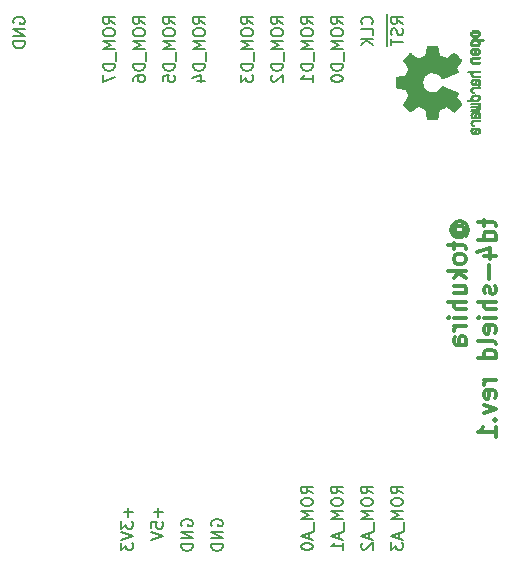
<source format=gbo>
%TF.GenerationSoftware,KiCad,Pcbnew,(5.1.6)-1*%
%TF.CreationDate,2020-08-28T18:14:54+09:00*%
%TF.ProjectId,td4-shield,7464342d-7368-4696-956c-642e6b696361,rev?*%
%TF.SameCoordinates,Original*%
%TF.FileFunction,Legend,Bot*%
%TF.FilePolarity,Positive*%
%FSLAX46Y46*%
G04 Gerber Fmt 4.6, Leading zero omitted, Abs format (unit mm)*
G04 Created by KiCad (PCBNEW (5.1.6)-1) date 2020-08-28 18:14:54*
%MOMM*%
%LPD*%
G01*
G04 APERTURE LIST*
%ADD10C,0.150000*%
%ADD11C,0.300000*%
%ADD12C,0.010000*%
G04 APERTURE END LIST*
D10*
X167330380Y-117493023D02*
X166854190Y-117159690D01*
X167330380Y-116921595D02*
X166330380Y-116921595D01*
X166330380Y-117302547D01*
X166378000Y-117397785D01*
X166425619Y-117445404D01*
X166520857Y-117493023D01*
X166663714Y-117493023D01*
X166758952Y-117445404D01*
X166806571Y-117397785D01*
X166854190Y-117302547D01*
X166854190Y-116921595D01*
X166330380Y-118112071D02*
X166330380Y-118302547D01*
X166378000Y-118397785D01*
X166473238Y-118493023D01*
X166663714Y-118540642D01*
X166997047Y-118540642D01*
X167187523Y-118493023D01*
X167282761Y-118397785D01*
X167330380Y-118302547D01*
X167330380Y-118112071D01*
X167282761Y-118016833D01*
X167187523Y-117921595D01*
X166997047Y-117873976D01*
X166663714Y-117873976D01*
X166473238Y-117921595D01*
X166378000Y-118016833D01*
X166330380Y-118112071D01*
X167330380Y-118969214D02*
X166330380Y-118969214D01*
X167044666Y-119302547D01*
X166330380Y-119635880D01*
X167330380Y-119635880D01*
X167425619Y-119873976D02*
X167425619Y-120635880D01*
X167044666Y-120826357D02*
X167044666Y-121302547D01*
X167330380Y-120731119D02*
X166330380Y-121064452D01*
X167330380Y-121397785D01*
X166425619Y-121683500D02*
X166378000Y-121731119D01*
X166330380Y-121826357D01*
X166330380Y-122064452D01*
X166378000Y-122159690D01*
X166425619Y-122207309D01*
X166520857Y-122254928D01*
X166616095Y-122254928D01*
X166758952Y-122207309D01*
X167330380Y-121635880D01*
X167330380Y-122254928D01*
X150566380Y-77742023D02*
X150090190Y-77408690D01*
X150566380Y-77170595D02*
X149566380Y-77170595D01*
X149566380Y-77551547D01*
X149614000Y-77646785D01*
X149661619Y-77694404D01*
X149756857Y-77742023D01*
X149899714Y-77742023D01*
X149994952Y-77694404D01*
X150042571Y-77646785D01*
X150090190Y-77551547D01*
X150090190Y-77170595D01*
X149566380Y-78361071D02*
X149566380Y-78551547D01*
X149614000Y-78646785D01*
X149709238Y-78742023D01*
X149899714Y-78789642D01*
X150233047Y-78789642D01*
X150423523Y-78742023D01*
X150518761Y-78646785D01*
X150566380Y-78551547D01*
X150566380Y-78361071D01*
X150518761Y-78265833D01*
X150423523Y-78170595D01*
X150233047Y-78122976D01*
X149899714Y-78122976D01*
X149709238Y-78170595D01*
X149614000Y-78265833D01*
X149566380Y-78361071D01*
X150566380Y-79218214D02*
X149566380Y-79218214D01*
X150280666Y-79551547D01*
X149566380Y-79884880D01*
X150566380Y-79884880D01*
X150661619Y-80122976D02*
X150661619Y-80884880D01*
X150566380Y-81122976D02*
X149566380Y-81122976D01*
X149566380Y-81361071D01*
X149614000Y-81503928D01*
X149709238Y-81599166D01*
X149804476Y-81646785D01*
X149994952Y-81694404D01*
X150137809Y-81694404D01*
X150328285Y-81646785D01*
X150423523Y-81599166D01*
X150518761Y-81503928D01*
X150566380Y-81361071D01*
X150566380Y-81122976D01*
X149566380Y-82599166D02*
X149566380Y-82122976D01*
X150042571Y-82075357D01*
X149994952Y-82122976D01*
X149947333Y-82218214D01*
X149947333Y-82456309D01*
X149994952Y-82551547D01*
X150042571Y-82599166D01*
X150137809Y-82646785D01*
X150375904Y-82646785D01*
X150471142Y-82599166D01*
X150518761Y-82551547D01*
X150566380Y-82456309D01*
X150566380Y-82218214D01*
X150518761Y-82122976D01*
X150471142Y-82075357D01*
X162250380Y-77742023D02*
X161774190Y-77408690D01*
X162250380Y-77170595D02*
X161250380Y-77170595D01*
X161250380Y-77551547D01*
X161298000Y-77646785D01*
X161345619Y-77694404D01*
X161440857Y-77742023D01*
X161583714Y-77742023D01*
X161678952Y-77694404D01*
X161726571Y-77646785D01*
X161774190Y-77551547D01*
X161774190Y-77170595D01*
X161250380Y-78361071D02*
X161250380Y-78551547D01*
X161298000Y-78646785D01*
X161393238Y-78742023D01*
X161583714Y-78789642D01*
X161917047Y-78789642D01*
X162107523Y-78742023D01*
X162202761Y-78646785D01*
X162250380Y-78551547D01*
X162250380Y-78361071D01*
X162202761Y-78265833D01*
X162107523Y-78170595D01*
X161917047Y-78122976D01*
X161583714Y-78122976D01*
X161393238Y-78170595D01*
X161298000Y-78265833D01*
X161250380Y-78361071D01*
X162250380Y-79218214D02*
X161250380Y-79218214D01*
X161964666Y-79551547D01*
X161250380Y-79884880D01*
X162250380Y-79884880D01*
X162345619Y-80122976D02*
X162345619Y-80884880D01*
X162250380Y-81122976D02*
X161250380Y-81122976D01*
X161250380Y-81361071D01*
X161298000Y-81503928D01*
X161393238Y-81599166D01*
X161488476Y-81646785D01*
X161678952Y-81694404D01*
X161821809Y-81694404D01*
X162012285Y-81646785D01*
X162107523Y-81599166D01*
X162202761Y-81503928D01*
X162250380Y-81361071D01*
X162250380Y-81122976D01*
X162250380Y-82646785D02*
X162250380Y-82075357D01*
X162250380Y-82361071D02*
X161250380Y-82361071D01*
X161393238Y-82265833D01*
X161488476Y-82170595D01*
X161536095Y-82075357D01*
X169870380Y-117493023D02*
X169394190Y-117159690D01*
X169870380Y-116921595D02*
X168870380Y-116921595D01*
X168870380Y-117302547D01*
X168918000Y-117397785D01*
X168965619Y-117445404D01*
X169060857Y-117493023D01*
X169203714Y-117493023D01*
X169298952Y-117445404D01*
X169346571Y-117397785D01*
X169394190Y-117302547D01*
X169394190Y-116921595D01*
X168870380Y-118112071D02*
X168870380Y-118302547D01*
X168918000Y-118397785D01*
X169013238Y-118493023D01*
X169203714Y-118540642D01*
X169537047Y-118540642D01*
X169727523Y-118493023D01*
X169822761Y-118397785D01*
X169870380Y-118302547D01*
X169870380Y-118112071D01*
X169822761Y-118016833D01*
X169727523Y-117921595D01*
X169537047Y-117873976D01*
X169203714Y-117873976D01*
X169013238Y-117921595D01*
X168918000Y-118016833D01*
X168870380Y-118112071D01*
X169870380Y-118969214D02*
X168870380Y-118969214D01*
X169584666Y-119302547D01*
X168870380Y-119635880D01*
X169870380Y-119635880D01*
X169965619Y-119873976D02*
X169965619Y-120635880D01*
X169584666Y-120826357D02*
X169584666Y-121302547D01*
X169870380Y-120731119D02*
X168870380Y-121064452D01*
X169870380Y-121397785D01*
X168870380Y-121635880D02*
X168870380Y-122254928D01*
X169251333Y-121921595D01*
X169251333Y-122064452D01*
X169298952Y-122159690D01*
X169346571Y-122207309D01*
X169441809Y-122254928D01*
X169679904Y-122254928D01*
X169775142Y-122207309D01*
X169822761Y-122159690D01*
X169870380Y-122064452D01*
X169870380Y-121778738D01*
X169822761Y-121683500D01*
X169775142Y-121635880D01*
X148026380Y-77742023D02*
X147550190Y-77408690D01*
X148026380Y-77170595D02*
X147026380Y-77170595D01*
X147026380Y-77551547D01*
X147074000Y-77646785D01*
X147121619Y-77694404D01*
X147216857Y-77742023D01*
X147359714Y-77742023D01*
X147454952Y-77694404D01*
X147502571Y-77646785D01*
X147550190Y-77551547D01*
X147550190Y-77170595D01*
X147026380Y-78361071D02*
X147026380Y-78551547D01*
X147074000Y-78646785D01*
X147169238Y-78742023D01*
X147359714Y-78789642D01*
X147693047Y-78789642D01*
X147883523Y-78742023D01*
X147978761Y-78646785D01*
X148026380Y-78551547D01*
X148026380Y-78361071D01*
X147978761Y-78265833D01*
X147883523Y-78170595D01*
X147693047Y-78122976D01*
X147359714Y-78122976D01*
X147169238Y-78170595D01*
X147074000Y-78265833D01*
X147026380Y-78361071D01*
X148026380Y-79218214D02*
X147026380Y-79218214D01*
X147740666Y-79551547D01*
X147026380Y-79884880D01*
X148026380Y-79884880D01*
X148121619Y-80122976D02*
X148121619Y-80884880D01*
X148026380Y-81122976D02*
X147026380Y-81122976D01*
X147026380Y-81361071D01*
X147074000Y-81503928D01*
X147169238Y-81599166D01*
X147264476Y-81646785D01*
X147454952Y-81694404D01*
X147597809Y-81694404D01*
X147788285Y-81646785D01*
X147883523Y-81599166D01*
X147978761Y-81503928D01*
X148026380Y-81361071D01*
X148026380Y-81122976D01*
X147026380Y-82551547D02*
X147026380Y-82361071D01*
X147074000Y-82265833D01*
X147121619Y-82218214D01*
X147264476Y-82122976D01*
X147454952Y-82075357D01*
X147835904Y-82075357D01*
X147931142Y-82122976D01*
X147978761Y-82170595D01*
X148026380Y-82265833D01*
X148026380Y-82456309D01*
X147978761Y-82551547D01*
X147931142Y-82599166D01*
X147835904Y-82646785D01*
X147597809Y-82646785D01*
X147502571Y-82599166D01*
X147454952Y-82551547D01*
X147407333Y-82456309D01*
X147407333Y-82265833D01*
X147454952Y-82170595D01*
X147502571Y-82122976D01*
X147597809Y-82075357D01*
X157170380Y-77742023D02*
X156694190Y-77408690D01*
X157170380Y-77170595D02*
X156170380Y-77170595D01*
X156170380Y-77551547D01*
X156218000Y-77646785D01*
X156265619Y-77694404D01*
X156360857Y-77742023D01*
X156503714Y-77742023D01*
X156598952Y-77694404D01*
X156646571Y-77646785D01*
X156694190Y-77551547D01*
X156694190Y-77170595D01*
X156170380Y-78361071D02*
X156170380Y-78551547D01*
X156218000Y-78646785D01*
X156313238Y-78742023D01*
X156503714Y-78789642D01*
X156837047Y-78789642D01*
X157027523Y-78742023D01*
X157122761Y-78646785D01*
X157170380Y-78551547D01*
X157170380Y-78361071D01*
X157122761Y-78265833D01*
X157027523Y-78170595D01*
X156837047Y-78122976D01*
X156503714Y-78122976D01*
X156313238Y-78170595D01*
X156218000Y-78265833D01*
X156170380Y-78361071D01*
X157170380Y-79218214D02*
X156170380Y-79218214D01*
X156884666Y-79551547D01*
X156170380Y-79884880D01*
X157170380Y-79884880D01*
X157265619Y-80122976D02*
X157265619Y-80884880D01*
X157170380Y-81122976D02*
X156170380Y-81122976D01*
X156170380Y-81361071D01*
X156218000Y-81503928D01*
X156313238Y-81599166D01*
X156408476Y-81646785D01*
X156598952Y-81694404D01*
X156741809Y-81694404D01*
X156932285Y-81646785D01*
X157027523Y-81599166D01*
X157122761Y-81503928D01*
X157170380Y-81361071D01*
X157170380Y-81122976D01*
X156170380Y-82027738D02*
X156170380Y-82646785D01*
X156551333Y-82313452D01*
X156551333Y-82456309D01*
X156598952Y-82551547D01*
X156646571Y-82599166D01*
X156741809Y-82646785D01*
X156979904Y-82646785D01*
X157075142Y-82599166D01*
X157122761Y-82551547D01*
X157170380Y-82456309D01*
X157170380Y-82170595D01*
X157122761Y-82075357D01*
X157075142Y-82027738D01*
X159710380Y-77742023D02*
X159234190Y-77408690D01*
X159710380Y-77170595D02*
X158710380Y-77170595D01*
X158710380Y-77551547D01*
X158758000Y-77646785D01*
X158805619Y-77694404D01*
X158900857Y-77742023D01*
X159043714Y-77742023D01*
X159138952Y-77694404D01*
X159186571Y-77646785D01*
X159234190Y-77551547D01*
X159234190Y-77170595D01*
X158710380Y-78361071D02*
X158710380Y-78551547D01*
X158758000Y-78646785D01*
X158853238Y-78742023D01*
X159043714Y-78789642D01*
X159377047Y-78789642D01*
X159567523Y-78742023D01*
X159662761Y-78646785D01*
X159710380Y-78551547D01*
X159710380Y-78361071D01*
X159662761Y-78265833D01*
X159567523Y-78170595D01*
X159377047Y-78122976D01*
X159043714Y-78122976D01*
X158853238Y-78170595D01*
X158758000Y-78265833D01*
X158710380Y-78361071D01*
X159710380Y-79218214D02*
X158710380Y-79218214D01*
X159424666Y-79551547D01*
X158710380Y-79884880D01*
X159710380Y-79884880D01*
X159805619Y-80122976D02*
X159805619Y-80884880D01*
X159710380Y-81122976D02*
X158710380Y-81122976D01*
X158710380Y-81361071D01*
X158758000Y-81503928D01*
X158853238Y-81599166D01*
X158948476Y-81646785D01*
X159138952Y-81694404D01*
X159281809Y-81694404D01*
X159472285Y-81646785D01*
X159567523Y-81599166D01*
X159662761Y-81503928D01*
X159710380Y-81361071D01*
X159710380Y-81122976D01*
X158805619Y-82075357D02*
X158758000Y-82122976D01*
X158710380Y-82218214D01*
X158710380Y-82456309D01*
X158758000Y-82551547D01*
X158805619Y-82599166D01*
X158900857Y-82646785D01*
X158996095Y-82646785D01*
X159138952Y-82599166D01*
X159710380Y-82027738D01*
X159710380Y-82646785D01*
X149169428Y-118699595D02*
X149169428Y-119461500D01*
X149550380Y-119080547D02*
X148788476Y-119080547D01*
X148550380Y-120413880D02*
X148550380Y-119937690D01*
X149026571Y-119890071D01*
X148978952Y-119937690D01*
X148931333Y-120032928D01*
X148931333Y-120271023D01*
X148978952Y-120366261D01*
X149026571Y-120413880D01*
X149121809Y-120461500D01*
X149359904Y-120461500D01*
X149455142Y-120413880D01*
X149502761Y-120366261D01*
X149550380Y-120271023D01*
X149550380Y-120032928D01*
X149502761Y-119937690D01*
X149455142Y-119890071D01*
X148550380Y-120747214D02*
X149550380Y-121080547D01*
X148550380Y-121413880D01*
X162250380Y-117493023D02*
X161774190Y-117159690D01*
X162250380Y-116921595D02*
X161250380Y-116921595D01*
X161250380Y-117302547D01*
X161298000Y-117397785D01*
X161345619Y-117445404D01*
X161440857Y-117493023D01*
X161583714Y-117493023D01*
X161678952Y-117445404D01*
X161726571Y-117397785D01*
X161774190Y-117302547D01*
X161774190Y-116921595D01*
X161250380Y-118112071D02*
X161250380Y-118302547D01*
X161298000Y-118397785D01*
X161393238Y-118493023D01*
X161583714Y-118540642D01*
X161917047Y-118540642D01*
X162107523Y-118493023D01*
X162202761Y-118397785D01*
X162250380Y-118302547D01*
X162250380Y-118112071D01*
X162202761Y-118016833D01*
X162107523Y-117921595D01*
X161917047Y-117873976D01*
X161583714Y-117873976D01*
X161393238Y-117921595D01*
X161298000Y-118016833D01*
X161250380Y-118112071D01*
X162250380Y-118969214D02*
X161250380Y-118969214D01*
X161964666Y-119302547D01*
X161250380Y-119635880D01*
X162250380Y-119635880D01*
X162345619Y-119873976D02*
X162345619Y-120635880D01*
X161964666Y-120826357D02*
X161964666Y-121302547D01*
X162250380Y-120731119D02*
X161250380Y-121064452D01*
X162250380Y-121397785D01*
X161250380Y-121921595D02*
X161250380Y-122016833D01*
X161298000Y-122112071D01*
X161345619Y-122159690D01*
X161440857Y-122207309D01*
X161631333Y-122254928D01*
X161869428Y-122254928D01*
X162059904Y-122207309D01*
X162155142Y-122159690D01*
X162202761Y-122112071D01*
X162250380Y-122016833D01*
X162250380Y-121921595D01*
X162202761Y-121826357D01*
X162155142Y-121778738D01*
X162059904Y-121731119D01*
X161869428Y-121683500D01*
X161631333Y-121683500D01*
X161440857Y-121731119D01*
X161345619Y-121778738D01*
X161298000Y-121826357D01*
X161250380Y-121921595D01*
X164790380Y-117493023D02*
X164314190Y-117159690D01*
X164790380Y-116921595D02*
X163790380Y-116921595D01*
X163790380Y-117302547D01*
X163838000Y-117397785D01*
X163885619Y-117445404D01*
X163980857Y-117493023D01*
X164123714Y-117493023D01*
X164218952Y-117445404D01*
X164266571Y-117397785D01*
X164314190Y-117302547D01*
X164314190Y-116921595D01*
X163790380Y-118112071D02*
X163790380Y-118302547D01*
X163838000Y-118397785D01*
X163933238Y-118493023D01*
X164123714Y-118540642D01*
X164457047Y-118540642D01*
X164647523Y-118493023D01*
X164742761Y-118397785D01*
X164790380Y-118302547D01*
X164790380Y-118112071D01*
X164742761Y-118016833D01*
X164647523Y-117921595D01*
X164457047Y-117873976D01*
X164123714Y-117873976D01*
X163933238Y-117921595D01*
X163838000Y-118016833D01*
X163790380Y-118112071D01*
X164790380Y-118969214D02*
X163790380Y-118969214D01*
X164504666Y-119302547D01*
X163790380Y-119635880D01*
X164790380Y-119635880D01*
X164885619Y-119873976D02*
X164885619Y-120635880D01*
X164504666Y-120826357D02*
X164504666Y-121302547D01*
X164790380Y-120731119D02*
X163790380Y-121064452D01*
X164790380Y-121397785D01*
X164790380Y-122254928D02*
X164790380Y-121683500D01*
X164790380Y-121969214D02*
X163790380Y-121969214D01*
X163933238Y-121873976D01*
X164028476Y-121778738D01*
X164076095Y-121683500D01*
X164790380Y-77742023D02*
X164314190Y-77408690D01*
X164790380Y-77170595D02*
X163790380Y-77170595D01*
X163790380Y-77551547D01*
X163838000Y-77646785D01*
X163885619Y-77694404D01*
X163980857Y-77742023D01*
X164123714Y-77742023D01*
X164218952Y-77694404D01*
X164266571Y-77646785D01*
X164314190Y-77551547D01*
X164314190Y-77170595D01*
X163790380Y-78361071D02*
X163790380Y-78551547D01*
X163838000Y-78646785D01*
X163933238Y-78742023D01*
X164123714Y-78789642D01*
X164457047Y-78789642D01*
X164647523Y-78742023D01*
X164742761Y-78646785D01*
X164790380Y-78551547D01*
X164790380Y-78361071D01*
X164742761Y-78265833D01*
X164647523Y-78170595D01*
X164457047Y-78122976D01*
X164123714Y-78122976D01*
X163933238Y-78170595D01*
X163838000Y-78265833D01*
X163790380Y-78361071D01*
X164790380Y-79218214D02*
X163790380Y-79218214D01*
X164504666Y-79551547D01*
X163790380Y-79884880D01*
X164790380Y-79884880D01*
X164885619Y-80122976D02*
X164885619Y-80884880D01*
X164790380Y-81122976D02*
X163790380Y-81122976D01*
X163790380Y-81361071D01*
X163838000Y-81503928D01*
X163933238Y-81599166D01*
X164028476Y-81646785D01*
X164218952Y-81694404D01*
X164361809Y-81694404D01*
X164552285Y-81646785D01*
X164647523Y-81599166D01*
X164742761Y-81503928D01*
X164790380Y-81361071D01*
X164790380Y-81122976D01*
X163790380Y-82313452D02*
X163790380Y-82408690D01*
X163838000Y-82503928D01*
X163885619Y-82551547D01*
X163980857Y-82599166D01*
X164171333Y-82646785D01*
X164409428Y-82646785D01*
X164599904Y-82599166D01*
X164695142Y-82551547D01*
X164742761Y-82503928D01*
X164790380Y-82408690D01*
X164790380Y-82313452D01*
X164742761Y-82218214D01*
X164695142Y-82170595D01*
X164599904Y-82122976D01*
X164409428Y-82075357D01*
X164171333Y-82075357D01*
X163980857Y-82122976D01*
X163885619Y-82170595D01*
X163838000Y-82218214D01*
X163790380Y-82313452D01*
X153106380Y-77742023D02*
X152630190Y-77408690D01*
X153106380Y-77170595D02*
X152106380Y-77170595D01*
X152106380Y-77551547D01*
X152154000Y-77646785D01*
X152201619Y-77694404D01*
X152296857Y-77742023D01*
X152439714Y-77742023D01*
X152534952Y-77694404D01*
X152582571Y-77646785D01*
X152630190Y-77551547D01*
X152630190Y-77170595D01*
X152106380Y-78361071D02*
X152106380Y-78551547D01*
X152154000Y-78646785D01*
X152249238Y-78742023D01*
X152439714Y-78789642D01*
X152773047Y-78789642D01*
X152963523Y-78742023D01*
X153058761Y-78646785D01*
X153106380Y-78551547D01*
X153106380Y-78361071D01*
X153058761Y-78265833D01*
X152963523Y-78170595D01*
X152773047Y-78122976D01*
X152439714Y-78122976D01*
X152249238Y-78170595D01*
X152154000Y-78265833D01*
X152106380Y-78361071D01*
X153106380Y-79218214D02*
X152106380Y-79218214D01*
X152820666Y-79551547D01*
X152106380Y-79884880D01*
X153106380Y-79884880D01*
X153201619Y-80122976D02*
X153201619Y-80884880D01*
X153106380Y-81122976D02*
X152106380Y-81122976D01*
X152106380Y-81361071D01*
X152154000Y-81503928D01*
X152249238Y-81599166D01*
X152344476Y-81646785D01*
X152534952Y-81694404D01*
X152677809Y-81694404D01*
X152868285Y-81646785D01*
X152963523Y-81599166D01*
X153058761Y-81503928D01*
X153106380Y-81361071D01*
X153106380Y-81122976D01*
X152439714Y-82551547D02*
X153106380Y-82551547D01*
X152058761Y-82313452D02*
X152773047Y-82075357D01*
X152773047Y-82694404D01*
X145486380Y-77742023D02*
X145010190Y-77408690D01*
X145486380Y-77170595D02*
X144486380Y-77170595D01*
X144486380Y-77551547D01*
X144534000Y-77646785D01*
X144581619Y-77694404D01*
X144676857Y-77742023D01*
X144819714Y-77742023D01*
X144914952Y-77694404D01*
X144962571Y-77646785D01*
X145010190Y-77551547D01*
X145010190Y-77170595D01*
X144486380Y-78361071D02*
X144486380Y-78551547D01*
X144534000Y-78646785D01*
X144629238Y-78742023D01*
X144819714Y-78789642D01*
X145153047Y-78789642D01*
X145343523Y-78742023D01*
X145438761Y-78646785D01*
X145486380Y-78551547D01*
X145486380Y-78361071D01*
X145438761Y-78265833D01*
X145343523Y-78170595D01*
X145153047Y-78122976D01*
X144819714Y-78122976D01*
X144629238Y-78170595D01*
X144534000Y-78265833D01*
X144486380Y-78361071D01*
X145486380Y-79218214D02*
X144486380Y-79218214D01*
X145200666Y-79551547D01*
X144486380Y-79884880D01*
X145486380Y-79884880D01*
X145581619Y-80122976D02*
X145581619Y-80884880D01*
X145486380Y-81122976D02*
X144486380Y-81122976D01*
X144486380Y-81361071D01*
X144534000Y-81503928D01*
X144629238Y-81599166D01*
X144724476Y-81646785D01*
X144914952Y-81694404D01*
X145057809Y-81694404D01*
X145248285Y-81646785D01*
X145343523Y-81599166D01*
X145438761Y-81503928D01*
X145486380Y-81361071D01*
X145486380Y-81122976D01*
X144486380Y-82027738D02*
X144486380Y-82694404D01*
X145486380Y-82265833D01*
X167235142Y-77742023D02*
X167282761Y-77694404D01*
X167330380Y-77551547D01*
X167330380Y-77456309D01*
X167282761Y-77313452D01*
X167187523Y-77218214D01*
X167092285Y-77170595D01*
X166901809Y-77122976D01*
X166758952Y-77122976D01*
X166568476Y-77170595D01*
X166473238Y-77218214D01*
X166378000Y-77313452D01*
X166330380Y-77456309D01*
X166330380Y-77551547D01*
X166378000Y-77694404D01*
X166425619Y-77742023D01*
X167330380Y-78646785D02*
X167330380Y-78170595D01*
X166330380Y-78170595D01*
X167330380Y-78980119D02*
X166330380Y-78980119D01*
X167330380Y-79551547D02*
X166758952Y-79122976D01*
X166330380Y-79551547D02*
X166901809Y-78980119D01*
X168503000Y-76932500D02*
X168503000Y-77932500D01*
X169870380Y-77742023D02*
X169394190Y-77408690D01*
X169870380Y-77170595D02*
X168870380Y-77170595D01*
X168870380Y-77551547D01*
X168918000Y-77646785D01*
X168965619Y-77694404D01*
X169060857Y-77742023D01*
X169203714Y-77742023D01*
X169298952Y-77694404D01*
X169346571Y-77646785D01*
X169394190Y-77551547D01*
X169394190Y-77170595D01*
X168503000Y-77932500D02*
X168503000Y-78884880D01*
X169822761Y-78122976D02*
X169870380Y-78265833D01*
X169870380Y-78503928D01*
X169822761Y-78599166D01*
X169775142Y-78646785D01*
X169679904Y-78694404D01*
X169584666Y-78694404D01*
X169489428Y-78646785D01*
X169441809Y-78599166D01*
X169394190Y-78503928D01*
X169346571Y-78313452D01*
X169298952Y-78218214D01*
X169251333Y-78170595D01*
X169156095Y-78122976D01*
X169060857Y-78122976D01*
X168965619Y-78170595D01*
X168918000Y-78218214D01*
X168870380Y-78313452D01*
X168870380Y-78551547D01*
X168918000Y-78694404D01*
X168503000Y-78884880D02*
X168503000Y-79646785D01*
X168870380Y-78980119D02*
X168870380Y-79551547D01*
X169870380Y-79265833D02*
X168870380Y-79265833D01*
X153678000Y-120239404D02*
X153630380Y-120144166D01*
X153630380Y-120001309D01*
X153678000Y-119858452D01*
X153773238Y-119763214D01*
X153868476Y-119715595D01*
X154058952Y-119667976D01*
X154201809Y-119667976D01*
X154392285Y-119715595D01*
X154487523Y-119763214D01*
X154582761Y-119858452D01*
X154630380Y-120001309D01*
X154630380Y-120096547D01*
X154582761Y-120239404D01*
X154535142Y-120287023D01*
X154201809Y-120287023D01*
X154201809Y-120096547D01*
X154630380Y-120715595D02*
X153630380Y-120715595D01*
X154630380Y-121287023D01*
X153630380Y-121287023D01*
X154630380Y-121763214D02*
X153630380Y-121763214D01*
X153630380Y-122001309D01*
X153678000Y-122144166D01*
X153773238Y-122239404D01*
X153868476Y-122287023D01*
X154058952Y-122334642D01*
X154201809Y-122334642D01*
X154392285Y-122287023D01*
X154487523Y-122239404D01*
X154582761Y-122144166D01*
X154630380Y-122001309D01*
X154630380Y-121763214D01*
X146629428Y-118699595D02*
X146629428Y-119461500D01*
X147010380Y-119080547D02*
X146248476Y-119080547D01*
X146010380Y-119842452D02*
X146010380Y-120461500D01*
X146391333Y-120128166D01*
X146391333Y-120271023D01*
X146438952Y-120366261D01*
X146486571Y-120413880D01*
X146581809Y-120461500D01*
X146819904Y-120461500D01*
X146915142Y-120413880D01*
X146962761Y-120366261D01*
X147010380Y-120271023D01*
X147010380Y-119985309D01*
X146962761Y-119890071D01*
X146915142Y-119842452D01*
X146010380Y-120747214D02*
X147010380Y-121080547D01*
X146010380Y-121413880D01*
X146010380Y-121651976D02*
X146010380Y-122271023D01*
X146391333Y-121937690D01*
X146391333Y-122080547D01*
X146438952Y-122175785D01*
X146486571Y-122223404D01*
X146581809Y-122271023D01*
X146819904Y-122271023D01*
X146915142Y-122223404D01*
X146962761Y-122175785D01*
X147010380Y-122080547D01*
X147010380Y-121794833D01*
X146962761Y-121699595D01*
X146915142Y-121651976D01*
X151138000Y-120239404D02*
X151090380Y-120144166D01*
X151090380Y-120001309D01*
X151138000Y-119858452D01*
X151233238Y-119763214D01*
X151328476Y-119715595D01*
X151518952Y-119667976D01*
X151661809Y-119667976D01*
X151852285Y-119715595D01*
X151947523Y-119763214D01*
X152042761Y-119858452D01*
X152090380Y-120001309D01*
X152090380Y-120096547D01*
X152042761Y-120239404D01*
X151995142Y-120287023D01*
X151661809Y-120287023D01*
X151661809Y-120096547D01*
X152090380Y-120715595D02*
X151090380Y-120715595D01*
X152090380Y-121287023D01*
X151090380Y-121287023D01*
X152090380Y-121763214D02*
X151090380Y-121763214D01*
X151090380Y-122001309D01*
X151138000Y-122144166D01*
X151233238Y-122239404D01*
X151328476Y-122287023D01*
X151518952Y-122334642D01*
X151661809Y-122334642D01*
X151852285Y-122287023D01*
X151947523Y-122239404D01*
X152042761Y-122144166D01*
X152090380Y-122001309D01*
X152090380Y-121763214D01*
X136914000Y-77694404D02*
X136866380Y-77599166D01*
X136866380Y-77456309D01*
X136914000Y-77313452D01*
X137009238Y-77218214D01*
X137104476Y-77170595D01*
X137294952Y-77122976D01*
X137437809Y-77122976D01*
X137628285Y-77170595D01*
X137723523Y-77218214D01*
X137818761Y-77313452D01*
X137866380Y-77456309D01*
X137866380Y-77551547D01*
X137818761Y-77694404D01*
X137771142Y-77742023D01*
X137437809Y-77742023D01*
X137437809Y-77551547D01*
X137866380Y-78170595D02*
X136866380Y-78170595D01*
X137866380Y-78742023D01*
X136866380Y-78742023D01*
X137866380Y-79218214D02*
X136866380Y-79218214D01*
X136866380Y-79456309D01*
X136914000Y-79599166D01*
X137009238Y-79694404D01*
X137104476Y-79742023D01*
X137294952Y-79789642D01*
X137437809Y-79789642D01*
X137628285Y-79742023D01*
X137723523Y-79694404D01*
X137818761Y-79599166D01*
X137866380Y-79456309D01*
X137866380Y-79218214D01*
D11*
X174462285Y-95460714D02*
X174390857Y-95389285D01*
X174319428Y-95246428D01*
X174319428Y-95103571D01*
X174390857Y-94960714D01*
X174462285Y-94889285D01*
X174605142Y-94817857D01*
X174748000Y-94817857D01*
X174890857Y-94889285D01*
X174962285Y-94960714D01*
X175033714Y-95103571D01*
X175033714Y-95246428D01*
X174962285Y-95389285D01*
X174890857Y-95460714D01*
X174319428Y-95460714D02*
X174890857Y-95460714D01*
X174962285Y-95532142D01*
X174962285Y-95603571D01*
X174890857Y-95746428D01*
X174748000Y-95817857D01*
X174390857Y-95817857D01*
X174176571Y-95675000D01*
X174033714Y-95460714D01*
X173962285Y-95175000D01*
X174033714Y-94889285D01*
X174176571Y-94675000D01*
X174390857Y-94532142D01*
X174676571Y-94460714D01*
X174962285Y-94532142D01*
X175176571Y-94675000D01*
X175319428Y-94889285D01*
X175390857Y-95175000D01*
X175319428Y-95460714D01*
X175176571Y-95675000D01*
X174176571Y-96246428D02*
X174176571Y-96817857D01*
X173676571Y-96460714D02*
X174962285Y-96460714D01*
X175105142Y-96532142D01*
X175176571Y-96675000D01*
X175176571Y-96817857D01*
X175176571Y-97532142D02*
X175105142Y-97389285D01*
X175033714Y-97317857D01*
X174890857Y-97246428D01*
X174462285Y-97246428D01*
X174319428Y-97317857D01*
X174248000Y-97389285D01*
X174176571Y-97532142D01*
X174176571Y-97746428D01*
X174248000Y-97889285D01*
X174319428Y-97960714D01*
X174462285Y-98032142D01*
X174890857Y-98032142D01*
X175033714Y-97960714D01*
X175105142Y-97889285D01*
X175176571Y-97746428D01*
X175176571Y-97532142D01*
X175176571Y-98675000D02*
X173676571Y-98675000D01*
X174605142Y-98817857D02*
X175176571Y-99246428D01*
X174176571Y-99246428D02*
X174748000Y-98675000D01*
X174176571Y-100532142D02*
X175176571Y-100532142D01*
X174176571Y-99889285D02*
X174962285Y-99889285D01*
X175105142Y-99960714D01*
X175176571Y-100103571D01*
X175176571Y-100317857D01*
X175105142Y-100460714D01*
X175033714Y-100532142D01*
X175176571Y-101246428D02*
X173676571Y-101246428D01*
X175176571Y-101889285D02*
X174390857Y-101889285D01*
X174248000Y-101817857D01*
X174176571Y-101675000D01*
X174176571Y-101460714D01*
X174248000Y-101317857D01*
X174319428Y-101246428D01*
X175176571Y-102603571D02*
X174176571Y-102603571D01*
X173676571Y-102603571D02*
X173748000Y-102532142D01*
X173819428Y-102603571D01*
X173748000Y-102675000D01*
X173676571Y-102603571D01*
X173819428Y-102603571D01*
X175176571Y-103317857D02*
X174176571Y-103317857D01*
X174462285Y-103317857D02*
X174319428Y-103389285D01*
X174248000Y-103460714D01*
X174176571Y-103603571D01*
X174176571Y-103746428D01*
X175176571Y-104889285D02*
X174390857Y-104889285D01*
X174248000Y-104817857D01*
X174176571Y-104675000D01*
X174176571Y-104389285D01*
X174248000Y-104246428D01*
X175105142Y-104889285D02*
X175176571Y-104746428D01*
X175176571Y-104389285D01*
X175105142Y-104246428D01*
X174962285Y-104175000D01*
X174819428Y-104175000D01*
X174676571Y-104246428D01*
X174605142Y-104389285D01*
X174605142Y-104746428D01*
X174533714Y-104889285D01*
X176716571Y-94317857D02*
X176716571Y-94889285D01*
X176216571Y-94532142D02*
X177502285Y-94532142D01*
X177645142Y-94603571D01*
X177716571Y-94746428D01*
X177716571Y-94889285D01*
X177716571Y-96032142D02*
X176216571Y-96032142D01*
X177645142Y-96032142D02*
X177716571Y-95889285D01*
X177716571Y-95603571D01*
X177645142Y-95460714D01*
X177573714Y-95389285D01*
X177430857Y-95317857D01*
X177002285Y-95317857D01*
X176859428Y-95389285D01*
X176788000Y-95460714D01*
X176716571Y-95603571D01*
X176716571Y-95889285D01*
X176788000Y-96032142D01*
X176716571Y-97389285D02*
X177716571Y-97389285D01*
X176145142Y-97032142D02*
X177216571Y-96675000D01*
X177216571Y-97603571D01*
X177145142Y-98175000D02*
X177145142Y-99317857D01*
X177645142Y-99960714D02*
X177716571Y-100103571D01*
X177716571Y-100389285D01*
X177645142Y-100532142D01*
X177502285Y-100603571D01*
X177430857Y-100603571D01*
X177288000Y-100532142D01*
X177216571Y-100389285D01*
X177216571Y-100175000D01*
X177145142Y-100032142D01*
X177002285Y-99960714D01*
X176930857Y-99960714D01*
X176788000Y-100032142D01*
X176716571Y-100175000D01*
X176716571Y-100389285D01*
X176788000Y-100532142D01*
X177716571Y-101246428D02*
X176216571Y-101246428D01*
X177716571Y-101889285D02*
X176930857Y-101889285D01*
X176788000Y-101817857D01*
X176716571Y-101675000D01*
X176716571Y-101460714D01*
X176788000Y-101317857D01*
X176859428Y-101246428D01*
X177716571Y-102603571D02*
X176716571Y-102603571D01*
X176216571Y-102603571D02*
X176288000Y-102532142D01*
X176359428Y-102603571D01*
X176288000Y-102675000D01*
X176216571Y-102603571D01*
X176359428Y-102603571D01*
X177645142Y-103889285D02*
X177716571Y-103746428D01*
X177716571Y-103460714D01*
X177645142Y-103317857D01*
X177502285Y-103246428D01*
X176930857Y-103246428D01*
X176788000Y-103317857D01*
X176716571Y-103460714D01*
X176716571Y-103746428D01*
X176788000Y-103889285D01*
X176930857Y-103960714D01*
X177073714Y-103960714D01*
X177216571Y-103246428D01*
X177716571Y-104817857D02*
X177645142Y-104675000D01*
X177502285Y-104603571D01*
X176216571Y-104603571D01*
X177716571Y-106032142D02*
X176216571Y-106032142D01*
X177645142Y-106032142D02*
X177716571Y-105889285D01*
X177716571Y-105603571D01*
X177645142Y-105460714D01*
X177573714Y-105389285D01*
X177430857Y-105317857D01*
X177002285Y-105317857D01*
X176859428Y-105389285D01*
X176788000Y-105460714D01*
X176716571Y-105603571D01*
X176716571Y-105889285D01*
X176788000Y-106032142D01*
X177716571Y-107889285D02*
X176716571Y-107889285D01*
X177002285Y-107889285D02*
X176859428Y-107960714D01*
X176788000Y-108032142D01*
X176716571Y-108175000D01*
X176716571Y-108317857D01*
X177645142Y-109389285D02*
X177716571Y-109246428D01*
X177716571Y-108960714D01*
X177645142Y-108817857D01*
X177502285Y-108746428D01*
X176930857Y-108746428D01*
X176788000Y-108817857D01*
X176716571Y-108960714D01*
X176716571Y-109246428D01*
X176788000Y-109389285D01*
X176930857Y-109460714D01*
X177073714Y-109460714D01*
X177216571Y-108746428D01*
X176716571Y-109960714D02*
X177716571Y-110317857D01*
X176716571Y-110675000D01*
X177573714Y-111246428D02*
X177645142Y-111317857D01*
X177716571Y-111246428D01*
X177645142Y-111175000D01*
X177573714Y-111246428D01*
X177716571Y-111246428D01*
X177716571Y-112746428D02*
X177716571Y-111889285D01*
X177716571Y-112317857D02*
X176216571Y-112317857D01*
X176430857Y-112175000D01*
X176573714Y-112032142D01*
X176645142Y-111889285D01*
D12*
%TO.C,LOGO1*%
G36*
X169261776Y-82816878D02*
G01*
X169262355Y-82922612D01*
X169263922Y-82999132D01*
X169266972Y-83051372D01*
X169271996Y-83084263D01*
X169279489Y-83102737D01*
X169289944Y-83111727D01*
X169303853Y-83116163D01*
X169305654Y-83116594D01*
X169338145Y-83123333D01*
X169402252Y-83135808D01*
X169491151Y-83152719D01*
X169598019Y-83172771D01*
X169716033Y-83194664D01*
X169720178Y-83195429D01*
X169835831Y-83217359D01*
X169938014Y-83237877D01*
X170020598Y-83255659D01*
X170077456Y-83269381D01*
X170102458Y-83277718D01*
X170102901Y-83278116D01*
X170115110Y-83302677D01*
X170135456Y-83353315D01*
X170159545Y-83419095D01*
X170159674Y-83419461D01*
X170190818Y-83502317D01*
X170230491Y-83600000D01*
X170270381Y-83692077D01*
X170272353Y-83696434D01*
X170340420Y-83846407D01*
X170113639Y-84178498D01*
X170044504Y-84280374D01*
X169982697Y-84372657D01*
X169931733Y-84450003D01*
X169895127Y-84507064D01*
X169876394Y-84538495D01*
X169875004Y-84541479D01*
X169881190Y-84564321D01*
X169911035Y-84606982D01*
X169965947Y-84671128D01*
X170047334Y-84758421D01*
X170133922Y-84847535D01*
X170219247Y-84933441D01*
X170297108Y-85010327D01*
X170362697Y-85073564D01*
X170411205Y-85118523D01*
X170437825Y-85140576D01*
X170439195Y-85141396D01*
X170457463Y-85143834D01*
X170487295Y-85134650D01*
X170532721Y-85111574D01*
X170597770Y-85072337D01*
X170686470Y-85014670D01*
X170800657Y-84937795D01*
X170901162Y-84869570D01*
X170991303Y-84808582D01*
X171065849Y-84758356D01*
X171119565Y-84722416D01*
X171147218Y-84704287D01*
X171149095Y-84703146D01*
X171175590Y-84705359D01*
X171227086Y-84722138D01*
X171293851Y-84750142D01*
X171315172Y-84760122D01*
X171410159Y-84803672D01*
X171517937Y-84850134D01*
X171611192Y-84887877D01*
X171680406Y-84915073D01*
X171733006Y-84936675D01*
X171760497Y-84949158D01*
X171762616Y-84950709D01*
X171766124Y-84973668D01*
X171775738Y-85027786D01*
X171790089Y-85105868D01*
X171807807Y-85200719D01*
X171827525Y-85305143D01*
X171847874Y-85411944D01*
X171867486Y-85513926D01*
X171884991Y-85603894D01*
X171899022Y-85674653D01*
X171908209Y-85719006D01*
X171910807Y-85729885D01*
X171917218Y-85741122D01*
X171931697Y-85749605D01*
X171959133Y-85755714D01*
X172004411Y-85759832D01*
X172072420Y-85762341D01*
X172168047Y-85763621D01*
X172296180Y-85764054D01*
X172348701Y-85764077D01*
X172775845Y-85764077D01*
X172796091Y-85661500D01*
X172807070Y-85604431D01*
X172823095Y-85519269D01*
X172842233Y-85416372D01*
X172862551Y-85306096D01*
X172868132Y-85275615D01*
X172887917Y-85173855D01*
X172907373Y-85085205D01*
X172924697Y-85017108D01*
X172938088Y-84977004D01*
X172942079Y-84970323D01*
X172970342Y-84953919D01*
X173025109Y-84930399D01*
X173095588Y-84904316D01*
X173110769Y-84899142D01*
X173204896Y-84864956D01*
X173311101Y-84822523D01*
X173406473Y-84780997D01*
X173406916Y-84780792D01*
X173556525Y-84711640D01*
X174225617Y-85166512D01*
X174518116Y-84874500D01*
X174605170Y-84786180D01*
X174681909Y-84705625D01*
X174744237Y-84637360D01*
X174788056Y-84585908D01*
X174809270Y-84555794D01*
X174810616Y-84551474D01*
X174800016Y-84526111D01*
X174770547Y-84474358D01*
X174725705Y-84401868D01*
X174668984Y-84314294D01*
X174605462Y-84219612D01*
X174540668Y-84123516D01*
X174484287Y-84037837D01*
X174439788Y-83968016D01*
X174410639Y-83919494D01*
X174400308Y-83897782D01*
X174409050Y-83871293D01*
X174432087Y-83821062D01*
X174464631Y-83757451D01*
X174468249Y-83750708D01*
X174511210Y-83665046D01*
X174532279Y-83606306D01*
X174532503Y-83569772D01*
X174512928Y-83550731D01*
X174512654Y-83550620D01*
X174489472Y-83541102D01*
X174434441Y-83518403D01*
X174351822Y-83484282D01*
X174245872Y-83440500D01*
X174120852Y-83388816D01*
X173981020Y-83330992D01*
X173845637Y-83274991D01*
X173696234Y-83213447D01*
X173557832Y-83156939D01*
X173434673Y-83107161D01*
X173331002Y-83065806D01*
X173251059Y-83034568D01*
X173199088Y-83015141D01*
X173179692Y-83009154D01*
X173157443Y-83024168D01*
X173121982Y-83063439D01*
X173082887Y-83115807D01*
X172959245Y-83264941D01*
X172817522Y-83381511D01*
X172660704Y-83464118D01*
X172491775Y-83511366D01*
X172313722Y-83521857D01*
X172231539Y-83514231D01*
X172061031Y-83472682D01*
X171910459Y-83401123D01*
X171781309Y-83303995D01*
X171675064Y-83185734D01*
X171593210Y-83050780D01*
X171537232Y-82903571D01*
X171508615Y-82748544D01*
X171508844Y-82590139D01*
X171539405Y-82432794D01*
X171601782Y-82280946D01*
X171697460Y-82139035D01*
X171751572Y-82079803D01*
X171890520Y-81966203D01*
X172042361Y-81887106D01*
X172202667Y-81841986D01*
X172367012Y-81830316D01*
X172530971Y-81851569D01*
X172690118Y-81905220D01*
X172840025Y-81990740D01*
X172976267Y-82107605D01*
X173082887Y-82238193D01*
X173123642Y-82292588D01*
X173158718Y-82331014D01*
X173179726Y-82344846D01*
X173202635Y-82337603D01*
X173257365Y-82317005D01*
X173339672Y-82284746D01*
X173445315Y-82242521D01*
X173570050Y-82192023D01*
X173709636Y-82134948D01*
X173845670Y-82078854D01*
X173995201Y-82016967D01*
X174133767Y-81959644D01*
X174257107Y-81908644D01*
X174360964Y-81865727D01*
X174441080Y-81832653D01*
X174493195Y-81811181D01*
X174512654Y-81803225D01*
X174532423Y-81784429D01*
X174532365Y-81748074D01*
X174511441Y-81689479D01*
X174468613Y-81603968D01*
X174468249Y-81603292D01*
X174435012Y-81538907D01*
X174410802Y-81486861D01*
X174400404Y-81457512D01*
X174400308Y-81456217D01*
X174410855Y-81434124D01*
X174440184Y-81385348D01*
X174484827Y-81315331D01*
X174541314Y-81229514D01*
X174605462Y-81134388D01*
X174670411Y-81037540D01*
X174726896Y-80950253D01*
X174771421Y-80878181D01*
X174800490Y-80826977D01*
X174810616Y-80802526D01*
X174797307Y-80780010D01*
X174760112Y-80734742D01*
X174703128Y-80671244D01*
X174630449Y-80594039D01*
X174546171Y-80507651D01*
X174518016Y-80479399D01*
X174225416Y-80187287D01*
X173899104Y-80409631D01*
X173798897Y-80477202D01*
X173708963Y-80536507D01*
X173634510Y-80584217D01*
X173580751Y-80617007D01*
X173552894Y-80631548D01*
X173550912Y-80631974D01*
X173524655Y-80624308D01*
X173471837Y-80603689D01*
X173401310Y-80573685D01*
X173354093Y-80552625D01*
X173263694Y-80513248D01*
X173172366Y-80476165D01*
X173095200Y-80447415D01*
X173071692Y-80439605D01*
X173008916Y-80417417D01*
X172960411Y-80395727D01*
X172942079Y-80383813D01*
X172930859Y-80357523D01*
X172914954Y-80300142D01*
X172896167Y-80219118D01*
X172876299Y-80121895D01*
X172868132Y-80078385D01*
X172847829Y-79967896D01*
X172828170Y-79861916D01*
X172811088Y-79770801D01*
X172798518Y-79704908D01*
X172796091Y-79692500D01*
X172775845Y-79589923D01*
X172348701Y-79589923D01*
X172208246Y-79590153D01*
X172101979Y-79591099D01*
X172025013Y-79593141D01*
X171972460Y-79596662D01*
X171939433Y-79602043D01*
X171921045Y-79609666D01*
X171912408Y-79619912D01*
X171910807Y-79624115D01*
X171905127Y-79649470D01*
X171893795Y-79705484D01*
X171878179Y-79784964D01*
X171859647Y-79880712D01*
X171839569Y-79985533D01*
X171819312Y-80092232D01*
X171800246Y-80193613D01*
X171783739Y-80282479D01*
X171771159Y-80351637D01*
X171763875Y-80393889D01*
X171762616Y-80403290D01*
X171745763Y-80411807D01*
X171700870Y-80430660D01*
X171636430Y-80456324D01*
X171611192Y-80466123D01*
X171513686Y-80505648D01*
X171405959Y-80552192D01*
X171315172Y-80593877D01*
X171245753Y-80624550D01*
X171188710Y-80644956D01*
X171153777Y-80651768D01*
X171149095Y-80650682D01*
X171126991Y-80636285D01*
X171077831Y-80603412D01*
X171006848Y-80555590D01*
X170919278Y-80496348D01*
X170820357Y-80429215D01*
X170800830Y-80415941D01*
X170685140Y-80338046D01*
X170597044Y-80280787D01*
X170532486Y-80241881D01*
X170487411Y-80219044D01*
X170457763Y-80209994D01*
X170439485Y-80212448D01*
X170439369Y-80212511D01*
X170415361Y-80231827D01*
X170368947Y-80274551D01*
X170304937Y-80336051D01*
X170228145Y-80411698D01*
X170143382Y-80496861D01*
X170133922Y-80506465D01*
X170029989Y-80613790D01*
X169953675Y-80696615D01*
X169903571Y-80756605D01*
X169878270Y-80795423D01*
X169875004Y-80812520D01*
X169889250Y-80837473D01*
X169922156Y-80889255D01*
X169970208Y-80962520D01*
X170029890Y-81051920D01*
X170097688Y-81152111D01*
X170113639Y-81175501D01*
X170340420Y-81507593D01*
X170272353Y-81657565D01*
X170232685Y-81748770D01*
X170192791Y-81846669D01*
X170160983Y-81930831D01*
X170159674Y-81934538D01*
X170135576Y-82000369D01*
X170115200Y-82051116D01*
X170102936Y-82075842D01*
X170102901Y-82075884D01*
X170080734Y-82083729D01*
X170026217Y-82097066D01*
X169945480Y-82114570D01*
X169844650Y-82134917D01*
X169729856Y-82156782D01*
X169720178Y-82158571D01*
X169601904Y-82180504D01*
X169494542Y-82200640D01*
X169404917Y-82217680D01*
X169339851Y-82230328D01*
X169306168Y-82237284D01*
X169305654Y-82237406D01*
X169291325Y-82241639D01*
X169280507Y-82249871D01*
X169272706Y-82267033D01*
X169267429Y-82298058D01*
X169264182Y-82347878D01*
X169262472Y-82421424D01*
X169261807Y-82523629D01*
X169261693Y-82659425D01*
X169261692Y-82677000D01*
X169261776Y-82816878D01*
G37*
X169261776Y-82816878D02*
X169262355Y-82922612D01*
X169263922Y-82999132D01*
X169266972Y-83051372D01*
X169271996Y-83084263D01*
X169279489Y-83102737D01*
X169289944Y-83111727D01*
X169303853Y-83116163D01*
X169305654Y-83116594D01*
X169338145Y-83123333D01*
X169402252Y-83135808D01*
X169491151Y-83152719D01*
X169598019Y-83172771D01*
X169716033Y-83194664D01*
X169720178Y-83195429D01*
X169835831Y-83217359D01*
X169938014Y-83237877D01*
X170020598Y-83255659D01*
X170077456Y-83269381D01*
X170102458Y-83277718D01*
X170102901Y-83278116D01*
X170115110Y-83302677D01*
X170135456Y-83353315D01*
X170159545Y-83419095D01*
X170159674Y-83419461D01*
X170190818Y-83502317D01*
X170230491Y-83600000D01*
X170270381Y-83692077D01*
X170272353Y-83696434D01*
X170340420Y-83846407D01*
X170113639Y-84178498D01*
X170044504Y-84280374D01*
X169982697Y-84372657D01*
X169931733Y-84450003D01*
X169895127Y-84507064D01*
X169876394Y-84538495D01*
X169875004Y-84541479D01*
X169881190Y-84564321D01*
X169911035Y-84606982D01*
X169965947Y-84671128D01*
X170047334Y-84758421D01*
X170133922Y-84847535D01*
X170219247Y-84933441D01*
X170297108Y-85010327D01*
X170362697Y-85073564D01*
X170411205Y-85118523D01*
X170437825Y-85140576D01*
X170439195Y-85141396D01*
X170457463Y-85143834D01*
X170487295Y-85134650D01*
X170532721Y-85111574D01*
X170597770Y-85072337D01*
X170686470Y-85014670D01*
X170800657Y-84937795D01*
X170901162Y-84869570D01*
X170991303Y-84808582D01*
X171065849Y-84758356D01*
X171119565Y-84722416D01*
X171147218Y-84704287D01*
X171149095Y-84703146D01*
X171175590Y-84705359D01*
X171227086Y-84722138D01*
X171293851Y-84750142D01*
X171315172Y-84760122D01*
X171410159Y-84803672D01*
X171517937Y-84850134D01*
X171611192Y-84887877D01*
X171680406Y-84915073D01*
X171733006Y-84936675D01*
X171760497Y-84949158D01*
X171762616Y-84950709D01*
X171766124Y-84973668D01*
X171775738Y-85027786D01*
X171790089Y-85105868D01*
X171807807Y-85200719D01*
X171827525Y-85305143D01*
X171847874Y-85411944D01*
X171867486Y-85513926D01*
X171884991Y-85603894D01*
X171899022Y-85674653D01*
X171908209Y-85719006D01*
X171910807Y-85729885D01*
X171917218Y-85741122D01*
X171931697Y-85749605D01*
X171959133Y-85755714D01*
X172004411Y-85759832D01*
X172072420Y-85762341D01*
X172168047Y-85763621D01*
X172296180Y-85764054D01*
X172348701Y-85764077D01*
X172775845Y-85764077D01*
X172796091Y-85661500D01*
X172807070Y-85604431D01*
X172823095Y-85519269D01*
X172842233Y-85416372D01*
X172862551Y-85306096D01*
X172868132Y-85275615D01*
X172887917Y-85173855D01*
X172907373Y-85085205D01*
X172924697Y-85017108D01*
X172938088Y-84977004D01*
X172942079Y-84970323D01*
X172970342Y-84953919D01*
X173025109Y-84930399D01*
X173095588Y-84904316D01*
X173110769Y-84899142D01*
X173204896Y-84864956D01*
X173311101Y-84822523D01*
X173406473Y-84780997D01*
X173406916Y-84780792D01*
X173556525Y-84711640D01*
X174225617Y-85166512D01*
X174518116Y-84874500D01*
X174605170Y-84786180D01*
X174681909Y-84705625D01*
X174744237Y-84637360D01*
X174788056Y-84585908D01*
X174809270Y-84555794D01*
X174810616Y-84551474D01*
X174800016Y-84526111D01*
X174770547Y-84474358D01*
X174725705Y-84401868D01*
X174668984Y-84314294D01*
X174605462Y-84219612D01*
X174540668Y-84123516D01*
X174484287Y-84037837D01*
X174439788Y-83968016D01*
X174410639Y-83919494D01*
X174400308Y-83897782D01*
X174409050Y-83871293D01*
X174432087Y-83821062D01*
X174464631Y-83757451D01*
X174468249Y-83750708D01*
X174511210Y-83665046D01*
X174532279Y-83606306D01*
X174532503Y-83569772D01*
X174512928Y-83550731D01*
X174512654Y-83550620D01*
X174489472Y-83541102D01*
X174434441Y-83518403D01*
X174351822Y-83484282D01*
X174245872Y-83440500D01*
X174120852Y-83388816D01*
X173981020Y-83330992D01*
X173845637Y-83274991D01*
X173696234Y-83213447D01*
X173557832Y-83156939D01*
X173434673Y-83107161D01*
X173331002Y-83065806D01*
X173251059Y-83034568D01*
X173199088Y-83015141D01*
X173179692Y-83009154D01*
X173157443Y-83024168D01*
X173121982Y-83063439D01*
X173082887Y-83115807D01*
X172959245Y-83264941D01*
X172817522Y-83381511D01*
X172660704Y-83464118D01*
X172491775Y-83511366D01*
X172313722Y-83521857D01*
X172231539Y-83514231D01*
X172061031Y-83472682D01*
X171910459Y-83401123D01*
X171781309Y-83303995D01*
X171675064Y-83185734D01*
X171593210Y-83050780D01*
X171537232Y-82903571D01*
X171508615Y-82748544D01*
X171508844Y-82590139D01*
X171539405Y-82432794D01*
X171601782Y-82280946D01*
X171697460Y-82139035D01*
X171751572Y-82079803D01*
X171890520Y-81966203D01*
X172042361Y-81887106D01*
X172202667Y-81841986D01*
X172367012Y-81830316D01*
X172530971Y-81851569D01*
X172690118Y-81905220D01*
X172840025Y-81990740D01*
X172976267Y-82107605D01*
X173082887Y-82238193D01*
X173123642Y-82292588D01*
X173158718Y-82331014D01*
X173179726Y-82344846D01*
X173202635Y-82337603D01*
X173257365Y-82317005D01*
X173339672Y-82284746D01*
X173445315Y-82242521D01*
X173570050Y-82192023D01*
X173709636Y-82134948D01*
X173845670Y-82078854D01*
X173995201Y-82016967D01*
X174133767Y-81959644D01*
X174257107Y-81908644D01*
X174360964Y-81865727D01*
X174441080Y-81832653D01*
X174493195Y-81811181D01*
X174512654Y-81803225D01*
X174532423Y-81784429D01*
X174532365Y-81748074D01*
X174511441Y-81689479D01*
X174468613Y-81603968D01*
X174468249Y-81603292D01*
X174435012Y-81538907D01*
X174410802Y-81486861D01*
X174400404Y-81457512D01*
X174400308Y-81456217D01*
X174410855Y-81434124D01*
X174440184Y-81385348D01*
X174484827Y-81315331D01*
X174541314Y-81229514D01*
X174605462Y-81134388D01*
X174670411Y-81037540D01*
X174726896Y-80950253D01*
X174771421Y-80878181D01*
X174800490Y-80826977D01*
X174810616Y-80802526D01*
X174797307Y-80780010D01*
X174760112Y-80734742D01*
X174703128Y-80671244D01*
X174630449Y-80594039D01*
X174546171Y-80507651D01*
X174518016Y-80479399D01*
X174225416Y-80187287D01*
X173899104Y-80409631D01*
X173798897Y-80477202D01*
X173708963Y-80536507D01*
X173634510Y-80584217D01*
X173580751Y-80617007D01*
X173552894Y-80631548D01*
X173550912Y-80631974D01*
X173524655Y-80624308D01*
X173471837Y-80603689D01*
X173401310Y-80573685D01*
X173354093Y-80552625D01*
X173263694Y-80513248D01*
X173172366Y-80476165D01*
X173095200Y-80447415D01*
X173071692Y-80439605D01*
X173008916Y-80417417D01*
X172960411Y-80395727D01*
X172942079Y-80383813D01*
X172930859Y-80357523D01*
X172914954Y-80300142D01*
X172896167Y-80219118D01*
X172876299Y-80121895D01*
X172868132Y-80078385D01*
X172847829Y-79967896D01*
X172828170Y-79861916D01*
X172811088Y-79770801D01*
X172798518Y-79704908D01*
X172796091Y-79692500D01*
X172775845Y-79589923D01*
X172348701Y-79589923D01*
X172208246Y-79590153D01*
X172101979Y-79591099D01*
X172025013Y-79593141D01*
X171972460Y-79596662D01*
X171939433Y-79602043D01*
X171921045Y-79609666D01*
X171912408Y-79619912D01*
X171910807Y-79624115D01*
X171905127Y-79649470D01*
X171893795Y-79705484D01*
X171878179Y-79784964D01*
X171859647Y-79880712D01*
X171839569Y-79985533D01*
X171819312Y-80092232D01*
X171800246Y-80193613D01*
X171783739Y-80282479D01*
X171771159Y-80351637D01*
X171763875Y-80393889D01*
X171762616Y-80403290D01*
X171745763Y-80411807D01*
X171700870Y-80430660D01*
X171636430Y-80456324D01*
X171611192Y-80466123D01*
X171513686Y-80505648D01*
X171405959Y-80552192D01*
X171315172Y-80593877D01*
X171245753Y-80624550D01*
X171188710Y-80644956D01*
X171153777Y-80651768D01*
X171149095Y-80650682D01*
X171126991Y-80636285D01*
X171077831Y-80603412D01*
X171006848Y-80555590D01*
X170919278Y-80496348D01*
X170820357Y-80429215D01*
X170800830Y-80415941D01*
X170685140Y-80338046D01*
X170597044Y-80280787D01*
X170532486Y-80241881D01*
X170487411Y-80219044D01*
X170457763Y-80209994D01*
X170439485Y-80212448D01*
X170439369Y-80212511D01*
X170415361Y-80231827D01*
X170368947Y-80274551D01*
X170304937Y-80336051D01*
X170228145Y-80411698D01*
X170143382Y-80496861D01*
X170133922Y-80506465D01*
X170029989Y-80613790D01*
X169953675Y-80696615D01*
X169903571Y-80756605D01*
X169878270Y-80795423D01*
X169875004Y-80812520D01*
X169889250Y-80837473D01*
X169922156Y-80889255D01*
X169970208Y-80962520D01*
X170029890Y-81051920D01*
X170097688Y-81152111D01*
X170113639Y-81175501D01*
X170340420Y-81507593D01*
X170272353Y-81657565D01*
X170232685Y-81748770D01*
X170192791Y-81846669D01*
X170160983Y-81930831D01*
X170159674Y-81934538D01*
X170135576Y-82000369D01*
X170115200Y-82051116D01*
X170102936Y-82075842D01*
X170102901Y-82075884D01*
X170080734Y-82083729D01*
X170026217Y-82097066D01*
X169945480Y-82114570D01*
X169844650Y-82134917D01*
X169729856Y-82156782D01*
X169720178Y-82158571D01*
X169601904Y-82180504D01*
X169494542Y-82200640D01*
X169404917Y-82217680D01*
X169339851Y-82230328D01*
X169306168Y-82237284D01*
X169305654Y-82237406D01*
X169291325Y-82241639D01*
X169280507Y-82249871D01*
X169272706Y-82267033D01*
X169267429Y-82298058D01*
X169264182Y-82347878D01*
X169262472Y-82421424D01*
X169261807Y-82523629D01*
X169261693Y-82659425D01*
X169261692Y-82677000D01*
X169261776Y-82816878D01*
G36*
X175621838Y-86922224D02*
G01*
X175672361Y-86999528D01*
X175717590Y-87036814D01*
X175799663Y-87066353D01*
X175864607Y-87068699D01*
X175951445Y-87063385D01*
X176039103Y-86863115D01*
X176083887Y-86765739D01*
X176119913Y-86702113D01*
X176151117Y-86669029D01*
X176181436Y-86663280D01*
X176214805Y-86681658D01*
X176236923Y-86701923D01*
X176272393Y-86760889D01*
X176274879Y-86825024D01*
X176247235Y-86883926D01*
X176192320Y-86927197D01*
X176172928Y-86934936D01*
X176112364Y-86972006D01*
X176086552Y-87014654D01*
X176064471Y-87073154D01*
X176148184Y-87073154D01*
X176205150Y-87067982D01*
X176253189Y-87047723D01*
X176308346Y-87005262D01*
X176315514Y-86998951D01*
X176364585Y-86951720D01*
X176390920Y-86911121D01*
X176403035Y-86860328D01*
X176407003Y-86818220D01*
X176407991Y-86742902D01*
X176395466Y-86689286D01*
X176376869Y-86655838D01*
X176335975Y-86603268D01*
X176291748Y-86566879D01*
X176236126Y-86543850D01*
X176161047Y-86531359D01*
X176058449Y-86526587D01*
X176006376Y-86526206D01*
X175943948Y-86527501D01*
X175943948Y-86645471D01*
X175977438Y-86646839D01*
X175982923Y-86650249D01*
X175975472Y-86672753D01*
X175955753Y-86721182D01*
X175927718Y-86785908D01*
X175921692Y-86799443D01*
X175880096Y-86881244D01*
X175843538Y-86926312D01*
X175809296Y-86936217D01*
X175774648Y-86912526D01*
X175759339Y-86892960D01*
X175728721Y-86822360D01*
X175733780Y-86756280D01*
X175771151Y-86700959D01*
X175837473Y-86662636D01*
X175890116Y-86650349D01*
X175943948Y-86645471D01*
X175943948Y-86527501D01*
X175884720Y-86528730D01*
X175794710Y-86538032D01*
X175729167Y-86556460D01*
X175680912Y-86586360D01*
X175642767Y-86630080D01*
X175630440Y-86649141D01*
X175598336Y-86735726D01*
X175596316Y-86830522D01*
X175621838Y-86922224D01*
G37*
X175621838Y-86922224D02*
X175672361Y-86999528D01*
X175717590Y-87036814D01*
X175799663Y-87066353D01*
X175864607Y-87068699D01*
X175951445Y-87063385D01*
X176039103Y-86863115D01*
X176083887Y-86765739D01*
X176119913Y-86702113D01*
X176151117Y-86669029D01*
X176181436Y-86663280D01*
X176214805Y-86681658D01*
X176236923Y-86701923D01*
X176272393Y-86760889D01*
X176274879Y-86825024D01*
X176247235Y-86883926D01*
X176192320Y-86927197D01*
X176172928Y-86934936D01*
X176112364Y-86972006D01*
X176086552Y-87014654D01*
X176064471Y-87073154D01*
X176148184Y-87073154D01*
X176205150Y-87067982D01*
X176253189Y-87047723D01*
X176308346Y-87005262D01*
X176315514Y-86998951D01*
X176364585Y-86951720D01*
X176390920Y-86911121D01*
X176403035Y-86860328D01*
X176407003Y-86818220D01*
X176407991Y-86742902D01*
X176395466Y-86689286D01*
X176376869Y-86655838D01*
X176335975Y-86603268D01*
X176291748Y-86566879D01*
X176236126Y-86543850D01*
X176161047Y-86531359D01*
X176058449Y-86526587D01*
X176006376Y-86526206D01*
X175943948Y-86527501D01*
X175943948Y-86645471D01*
X175977438Y-86646839D01*
X175982923Y-86650249D01*
X175975472Y-86672753D01*
X175955753Y-86721182D01*
X175927718Y-86785908D01*
X175921692Y-86799443D01*
X175880096Y-86881244D01*
X175843538Y-86926312D01*
X175809296Y-86936217D01*
X175774648Y-86912526D01*
X175759339Y-86892960D01*
X175728721Y-86822360D01*
X175733780Y-86756280D01*
X175771151Y-86700959D01*
X175837473Y-86662636D01*
X175890116Y-86650349D01*
X175943948Y-86645471D01*
X175943948Y-86527501D01*
X175884720Y-86528730D01*
X175794710Y-86538032D01*
X175729167Y-86556460D01*
X175680912Y-86586360D01*
X175642767Y-86630080D01*
X175630440Y-86649141D01*
X175598336Y-86735726D01*
X175596316Y-86830522D01*
X175621838Y-86922224D01*
G36*
X175610782Y-86247807D02*
G01*
X175620988Y-86271161D01*
X175665134Y-86326902D01*
X175728967Y-86374569D01*
X175797087Y-86404048D01*
X175830670Y-86408846D01*
X175877556Y-86392760D01*
X175902365Y-86357475D01*
X175917387Y-86319644D01*
X175920155Y-86302321D01*
X175900066Y-86293886D01*
X175856351Y-86277230D01*
X175836598Y-86269923D01*
X175768271Y-86228948D01*
X175734191Y-86169622D01*
X175735239Y-86093552D01*
X175736581Y-86087918D01*
X175755836Y-86047305D01*
X175793375Y-86017448D01*
X175853809Y-85997055D01*
X175941751Y-85984836D01*
X176061813Y-85979500D01*
X176125698Y-85979000D01*
X176226403Y-85978752D01*
X176295054Y-85977126D01*
X176338673Y-85972801D01*
X176364282Y-85964454D01*
X176378903Y-85950765D01*
X176389558Y-85930411D01*
X176390095Y-85929234D01*
X176406667Y-85890038D01*
X176412769Y-85870619D01*
X176394319Y-85867635D01*
X176343323Y-85865081D01*
X176266308Y-85863140D01*
X176169805Y-85861997D01*
X176099184Y-85861769D01*
X175962525Y-85862932D01*
X175858851Y-85867479D01*
X175782108Y-85876999D01*
X175726246Y-85893081D01*
X175685212Y-85917313D01*
X175652954Y-85951286D01*
X175630440Y-85984833D01*
X175600476Y-86065499D01*
X175593718Y-86159381D01*
X175610782Y-86247807D01*
G37*
X175610782Y-86247807D02*
X175620988Y-86271161D01*
X175665134Y-86326902D01*
X175728967Y-86374569D01*
X175797087Y-86404048D01*
X175830670Y-86408846D01*
X175877556Y-86392760D01*
X175902365Y-86357475D01*
X175917387Y-86319644D01*
X175920155Y-86302321D01*
X175900066Y-86293886D01*
X175856351Y-86277230D01*
X175836598Y-86269923D01*
X175768271Y-86228948D01*
X175734191Y-86169622D01*
X175735239Y-86093552D01*
X175736581Y-86087918D01*
X175755836Y-86047305D01*
X175793375Y-86017448D01*
X175853809Y-85997055D01*
X175941751Y-85984836D01*
X176061813Y-85979500D01*
X176125698Y-85979000D01*
X176226403Y-85978752D01*
X176295054Y-85977126D01*
X176338673Y-85972801D01*
X176364282Y-85964454D01*
X176378903Y-85950765D01*
X176389558Y-85930411D01*
X176390095Y-85929234D01*
X176406667Y-85890038D01*
X176412769Y-85870619D01*
X176394319Y-85867635D01*
X176343323Y-85865081D01*
X176266308Y-85863140D01*
X176169805Y-85861997D01*
X176099184Y-85861769D01*
X175962525Y-85862932D01*
X175858851Y-85867479D01*
X175782108Y-85876999D01*
X175726246Y-85893081D01*
X175685212Y-85917313D01*
X175652954Y-85951286D01*
X175630440Y-85984833D01*
X175600476Y-86065499D01*
X175593718Y-86159381D01*
X175610782Y-86247807D01*
G36*
X175607528Y-85564333D02*
G01*
X175633117Y-85620590D01*
X175664124Y-85664747D01*
X175698795Y-85697101D01*
X175743520Y-85719438D01*
X175804692Y-85733546D01*
X175888701Y-85741211D01*
X176001940Y-85744220D01*
X176076509Y-85744538D01*
X176367420Y-85744538D01*
X176390095Y-85694773D01*
X176406667Y-85655576D01*
X176412769Y-85636157D01*
X176394610Y-85632442D01*
X176345648Y-85629495D01*
X176274153Y-85627691D01*
X176217385Y-85627308D01*
X176135371Y-85625661D01*
X176070309Y-85621222D01*
X176030467Y-85614740D01*
X176022000Y-85609590D01*
X176030646Y-85574977D01*
X176052823Y-85520640D01*
X176082886Y-85457722D01*
X176115192Y-85397368D01*
X176144098Y-85350721D01*
X176163961Y-85328926D01*
X176164175Y-85328839D01*
X176200935Y-85330714D01*
X176236026Y-85347525D01*
X176264528Y-85377039D01*
X176274061Y-85420116D01*
X176272950Y-85456932D01*
X176272133Y-85509074D01*
X176284349Y-85536444D01*
X176316624Y-85552882D01*
X176322710Y-85554955D01*
X176368739Y-85562081D01*
X176396687Y-85543024D01*
X176410007Y-85493353D01*
X176412470Y-85439697D01*
X176394210Y-85343142D01*
X176368131Y-85293159D01*
X176306868Y-85231429D01*
X176231670Y-85198690D01*
X176152211Y-85195753D01*
X176078167Y-85223424D01*
X176031769Y-85265047D01*
X176005793Y-85306604D01*
X175972907Y-85371922D01*
X175939557Y-85448038D01*
X175934461Y-85460726D01*
X175897565Y-85544333D01*
X175865046Y-85592530D01*
X175832718Y-85608030D01*
X175796394Y-85593550D01*
X175768000Y-85568692D01*
X175733039Y-85509939D01*
X175730417Y-85445293D01*
X175757358Y-85386008D01*
X175811088Y-85343339D01*
X175824950Y-85337739D01*
X175875936Y-85305133D01*
X175913787Y-85257530D01*
X175944850Y-85197461D01*
X175856768Y-85197461D01*
X175802951Y-85200997D01*
X175760534Y-85216156D01*
X175715279Y-85249768D01*
X175680420Y-85282035D01*
X175631062Y-85332209D01*
X175604547Y-85371193D01*
X175593911Y-85413064D01*
X175592154Y-85460460D01*
X175607528Y-85564333D01*
G37*
X175607528Y-85564333D02*
X175633117Y-85620590D01*
X175664124Y-85664747D01*
X175698795Y-85697101D01*
X175743520Y-85719438D01*
X175804692Y-85733546D01*
X175888701Y-85741211D01*
X176001940Y-85744220D01*
X176076509Y-85744538D01*
X176367420Y-85744538D01*
X176390095Y-85694773D01*
X176406667Y-85655576D01*
X176412769Y-85636157D01*
X176394610Y-85632442D01*
X176345648Y-85629495D01*
X176274153Y-85627691D01*
X176217385Y-85627308D01*
X176135371Y-85625661D01*
X176070309Y-85621222D01*
X176030467Y-85614740D01*
X176022000Y-85609590D01*
X176030646Y-85574977D01*
X176052823Y-85520640D01*
X176082886Y-85457722D01*
X176115192Y-85397368D01*
X176144098Y-85350721D01*
X176163961Y-85328926D01*
X176164175Y-85328839D01*
X176200935Y-85330714D01*
X176236026Y-85347525D01*
X176264528Y-85377039D01*
X176274061Y-85420116D01*
X176272950Y-85456932D01*
X176272133Y-85509074D01*
X176284349Y-85536444D01*
X176316624Y-85552882D01*
X176322710Y-85554955D01*
X176368739Y-85562081D01*
X176396687Y-85543024D01*
X176410007Y-85493353D01*
X176412470Y-85439697D01*
X176394210Y-85343142D01*
X176368131Y-85293159D01*
X176306868Y-85231429D01*
X176231670Y-85198690D01*
X176152211Y-85195753D01*
X176078167Y-85223424D01*
X176031769Y-85265047D01*
X176005793Y-85306604D01*
X175972907Y-85371922D01*
X175939557Y-85448038D01*
X175934461Y-85460726D01*
X175897565Y-85544333D01*
X175865046Y-85592530D01*
X175832718Y-85608030D01*
X175796394Y-85593550D01*
X175768000Y-85568692D01*
X175733039Y-85509939D01*
X175730417Y-85445293D01*
X175757358Y-85386008D01*
X175811088Y-85343339D01*
X175824950Y-85337739D01*
X175875936Y-85305133D01*
X175913787Y-85257530D01*
X175944850Y-85197461D01*
X175856768Y-85197461D01*
X175802951Y-85200997D01*
X175760534Y-85216156D01*
X175715279Y-85249768D01*
X175680420Y-85282035D01*
X175631062Y-85332209D01*
X175604547Y-85371193D01*
X175593911Y-85413064D01*
X175592154Y-85460460D01*
X175607528Y-85564333D01*
G36*
X175610662Y-85072929D02*
G01*
X175662068Y-85075911D01*
X175740192Y-85078247D01*
X175838857Y-85079749D01*
X175942343Y-85080231D01*
X176292533Y-85080231D01*
X176354363Y-85018401D01*
X176392462Y-84975793D01*
X176407895Y-84938390D01*
X176406918Y-84887270D01*
X176404433Y-84866978D01*
X176397200Y-84803554D01*
X176393055Y-84751095D01*
X176392672Y-84738308D01*
X176395176Y-84695199D01*
X176401462Y-84633544D01*
X176404433Y-84609638D01*
X176409028Y-84550922D01*
X176399046Y-84511464D01*
X176368228Y-84472338D01*
X176354363Y-84458215D01*
X176292533Y-84396385D01*
X175637503Y-84396385D01*
X175614829Y-84446150D01*
X175598034Y-84489002D01*
X175592154Y-84514073D01*
X175610736Y-84520501D01*
X175662655Y-84526509D01*
X175742172Y-84531697D01*
X175843546Y-84535664D01*
X175929192Y-84537577D01*
X176266231Y-84542923D01*
X176272825Y-84589560D01*
X176268214Y-84631976D01*
X176253287Y-84652760D01*
X176225377Y-84658570D01*
X176165925Y-84663530D01*
X176082466Y-84667246D01*
X175982532Y-84669324D01*
X175931104Y-84669624D01*
X175635054Y-84669923D01*
X175613604Y-84731454D01*
X175599020Y-84775004D01*
X175592219Y-84798694D01*
X175592154Y-84799377D01*
X175610642Y-84801754D01*
X175661906Y-84804366D01*
X175739649Y-84806995D01*
X175837574Y-84809421D01*
X175929192Y-84811115D01*
X176266231Y-84816461D01*
X176266231Y-84933692D01*
X175958746Y-84939072D01*
X175651261Y-84944451D01*
X175621707Y-85001601D01*
X175601413Y-85043797D01*
X175592204Y-85068770D01*
X175592154Y-85069491D01*
X175610662Y-85072929D01*
G37*
X175610662Y-85072929D02*
X175662068Y-85075911D01*
X175740192Y-85078247D01*
X175838857Y-85079749D01*
X175942343Y-85080231D01*
X176292533Y-85080231D01*
X176354363Y-85018401D01*
X176392462Y-84975793D01*
X176407895Y-84938390D01*
X176406918Y-84887270D01*
X176404433Y-84866978D01*
X176397200Y-84803554D01*
X176393055Y-84751095D01*
X176392672Y-84738308D01*
X176395176Y-84695199D01*
X176401462Y-84633544D01*
X176404433Y-84609638D01*
X176409028Y-84550922D01*
X176399046Y-84511464D01*
X176368228Y-84472338D01*
X176354363Y-84458215D01*
X176292533Y-84396385D01*
X175637503Y-84396385D01*
X175614829Y-84446150D01*
X175598034Y-84489002D01*
X175592154Y-84514073D01*
X175610736Y-84520501D01*
X175662655Y-84526509D01*
X175742172Y-84531697D01*
X175843546Y-84535664D01*
X175929192Y-84537577D01*
X176266231Y-84542923D01*
X176272825Y-84589560D01*
X176268214Y-84631976D01*
X176253287Y-84652760D01*
X176225377Y-84658570D01*
X176165925Y-84663530D01*
X176082466Y-84667246D01*
X175982532Y-84669324D01*
X175931104Y-84669624D01*
X175635054Y-84669923D01*
X175613604Y-84731454D01*
X175599020Y-84775004D01*
X175592219Y-84798694D01*
X175592154Y-84799377D01*
X175610642Y-84801754D01*
X175661906Y-84804366D01*
X175739649Y-84806995D01*
X175837574Y-84809421D01*
X175929192Y-84811115D01*
X176266231Y-84816461D01*
X176266231Y-84933692D01*
X175958746Y-84939072D01*
X175651261Y-84944451D01*
X175621707Y-85001601D01*
X175601413Y-85043797D01*
X175592204Y-85068770D01*
X175592154Y-85069491D01*
X175610662Y-85072929D01*
G36*
X175754289Y-84279081D02*
G01*
X175900320Y-84278833D01*
X176012655Y-84277872D01*
X176096678Y-84275794D01*
X176157769Y-84272193D01*
X176201309Y-84266665D01*
X176232679Y-84258804D01*
X176257262Y-84248207D01*
X176271294Y-84240182D01*
X176347388Y-84173728D01*
X176395084Y-84089470D01*
X176412199Y-83996249D01*
X176396546Y-83902900D01*
X176368418Y-83847312D01*
X176319760Y-83788957D01*
X176260333Y-83749186D01*
X176182507Y-83725190D01*
X176078652Y-83714161D01*
X176002462Y-83712599D01*
X175996986Y-83712809D01*
X175996986Y-83849308D01*
X176084355Y-83850141D01*
X176142192Y-83853961D01*
X176180029Y-83862746D01*
X176207398Y-83878474D01*
X176228042Y-83897266D01*
X176267890Y-83960375D01*
X176271295Y-84028137D01*
X176238025Y-84092179D01*
X176233517Y-84097164D01*
X176210067Y-84118439D01*
X176182166Y-84131779D01*
X176140641Y-84139001D01*
X176076316Y-84141923D01*
X176005200Y-84142385D01*
X175915858Y-84141383D01*
X175856258Y-84137238D01*
X175817089Y-84128236D01*
X175789040Y-84112667D01*
X175774144Y-84099902D01*
X175736575Y-84040600D01*
X175732057Y-83972301D01*
X175760753Y-83907110D01*
X175771406Y-83894528D01*
X175795063Y-83873111D01*
X175823251Y-83859744D01*
X175865245Y-83852566D01*
X175930319Y-83849719D01*
X175996986Y-83849308D01*
X175996986Y-83712809D01*
X175879765Y-83717322D01*
X175787577Y-83733362D01*
X175718269Y-83763528D01*
X175664211Y-83810629D01*
X175636505Y-83847312D01*
X175606572Y-83913990D01*
X175592678Y-83991272D01*
X175596397Y-84063110D01*
X175611400Y-84103308D01*
X175615670Y-84119082D01*
X175599750Y-84129550D01*
X175557089Y-84136856D01*
X175492106Y-84142385D01*
X175419732Y-84148437D01*
X175376187Y-84156844D01*
X175351287Y-84172141D01*
X175334845Y-84198864D01*
X175327564Y-84215654D01*
X175300963Y-84279154D01*
X175754289Y-84279081D01*
G37*
X175754289Y-84279081D02*
X175900320Y-84278833D01*
X176012655Y-84277872D01*
X176096678Y-84275794D01*
X176157769Y-84272193D01*
X176201309Y-84266665D01*
X176232679Y-84258804D01*
X176257262Y-84248207D01*
X176271294Y-84240182D01*
X176347388Y-84173728D01*
X176395084Y-84089470D01*
X176412199Y-83996249D01*
X176396546Y-83902900D01*
X176368418Y-83847312D01*
X176319760Y-83788957D01*
X176260333Y-83749186D01*
X176182507Y-83725190D01*
X176078652Y-83714161D01*
X176002462Y-83712599D01*
X175996986Y-83712809D01*
X175996986Y-83849308D01*
X176084355Y-83850141D01*
X176142192Y-83853961D01*
X176180029Y-83862746D01*
X176207398Y-83878474D01*
X176228042Y-83897266D01*
X176267890Y-83960375D01*
X176271295Y-84028137D01*
X176238025Y-84092179D01*
X176233517Y-84097164D01*
X176210067Y-84118439D01*
X176182166Y-84131779D01*
X176140641Y-84139001D01*
X176076316Y-84141923D01*
X176005200Y-84142385D01*
X175915858Y-84141383D01*
X175856258Y-84137238D01*
X175817089Y-84128236D01*
X175789040Y-84112667D01*
X175774144Y-84099902D01*
X175736575Y-84040600D01*
X175732057Y-83972301D01*
X175760753Y-83907110D01*
X175771406Y-83894528D01*
X175795063Y-83873111D01*
X175823251Y-83859744D01*
X175865245Y-83852566D01*
X175930319Y-83849719D01*
X175996986Y-83849308D01*
X175996986Y-83712809D01*
X175879765Y-83717322D01*
X175787577Y-83733362D01*
X175718269Y-83763528D01*
X175664211Y-83810629D01*
X175636505Y-83847312D01*
X175606572Y-83913990D01*
X175592678Y-83991272D01*
X175596397Y-84063110D01*
X175611400Y-84103308D01*
X175615670Y-84119082D01*
X175599750Y-84129550D01*
X175557089Y-84136856D01*
X175492106Y-84142385D01*
X175419732Y-84148437D01*
X175376187Y-84156844D01*
X175351287Y-84172141D01*
X175334845Y-84198864D01*
X175327564Y-84215654D01*
X175300963Y-84279154D01*
X175754289Y-84279081D01*
G36*
X175598670Y-83390362D02*
G01*
X175631421Y-83479117D01*
X175689350Y-83551022D01*
X175730128Y-83579144D01*
X175804954Y-83609802D01*
X175859058Y-83609165D01*
X175895446Y-83576987D01*
X175901633Y-83565081D01*
X175920925Y-83513675D01*
X175915982Y-83487422D01*
X175883587Y-83478530D01*
X175865692Y-83478077D01*
X175799859Y-83461797D01*
X175753807Y-83419365D01*
X175731564Y-83360388D01*
X175737161Y-83294475D01*
X175766229Y-83240895D01*
X175782810Y-83222798D01*
X175802925Y-83209971D01*
X175833332Y-83201306D01*
X175880788Y-83195696D01*
X175952050Y-83192035D01*
X176053875Y-83189215D01*
X176086115Y-83188484D01*
X176196410Y-83185820D01*
X176274036Y-83182792D01*
X176325396Y-83178250D01*
X176356890Y-83171046D01*
X176374920Y-83160033D01*
X176385888Y-83144060D01*
X176390733Y-83133834D01*
X176407301Y-83090406D01*
X176412769Y-83064842D01*
X176394507Y-83056395D01*
X176339296Y-83051239D01*
X176246499Y-83049346D01*
X176115478Y-83050689D01*
X176095269Y-83051107D01*
X175975733Y-83054058D01*
X175888449Y-83057548D01*
X175826591Y-83062514D01*
X175783336Y-83069893D01*
X175751860Y-83080624D01*
X175725339Y-83095645D01*
X175713975Y-83103502D01*
X175663692Y-83148553D01*
X175624581Y-83198940D01*
X175621167Y-83205108D01*
X175594212Y-83295458D01*
X175598670Y-83390362D01*
G37*
X175598670Y-83390362D02*
X175631421Y-83479117D01*
X175689350Y-83551022D01*
X175730128Y-83579144D01*
X175804954Y-83609802D01*
X175859058Y-83609165D01*
X175895446Y-83576987D01*
X175901633Y-83565081D01*
X175920925Y-83513675D01*
X175915982Y-83487422D01*
X175883587Y-83478530D01*
X175865692Y-83478077D01*
X175799859Y-83461797D01*
X175753807Y-83419365D01*
X175731564Y-83360388D01*
X175737161Y-83294475D01*
X175766229Y-83240895D01*
X175782810Y-83222798D01*
X175802925Y-83209971D01*
X175833332Y-83201306D01*
X175880788Y-83195696D01*
X175952050Y-83192035D01*
X176053875Y-83189215D01*
X176086115Y-83188484D01*
X176196410Y-83185820D01*
X176274036Y-83182792D01*
X176325396Y-83178250D01*
X176356890Y-83171046D01*
X176374920Y-83160033D01*
X176385888Y-83144060D01*
X176390733Y-83133834D01*
X176407301Y-83090406D01*
X176412769Y-83064842D01*
X176394507Y-83056395D01*
X176339296Y-83051239D01*
X176246499Y-83049346D01*
X176115478Y-83050689D01*
X176095269Y-83051107D01*
X175975733Y-83054058D01*
X175888449Y-83057548D01*
X175826591Y-83062514D01*
X175783336Y-83069893D01*
X175751860Y-83080624D01*
X175725339Y-83095645D01*
X175713975Y-83103502D01*
X175663692Y-83148553D01*
X175624581Y-83198940D01*
X175621167Y-83205108D01*
X175594212Y-83295458D01*
X175598670Y-83390362D01*
G36*
X175600303Y-82730501D02*
G01*
X175628733Y-82807060D01*
X175629279Y-82807936D01*
X175664127Y-82855285D01*
X175704852Y-82890241D01*
X175757925Y-82914825D01*
X175829814Y-82931062D01*
X175926992Y-82940975D01*
X176055928Y-82946586D01*
X176074298Y-82947077D01*
X176351287Y-82954141D01*
X176382028Y-82894695D01*
X176402802Y-82851681D01*
X176412646Y-82825710D01*
X176412769Y-82824509D01*
X176394606Y-82820014D01*
X176345612Y-82816444D01*
X176274031Y-82814248D01*
X176216068Y-82813769D01*
X176122170Y-82813758D01*
X176063203Y-82809466D01*
X176035079Y-82794503D01*
X176033706Y-82762482D01*
X176054998Y-82707014D01*
X176094136Y-82623269D01*
X176126643Y-82561689D01*
X176154845Y-82530017D01*
X176185582Y-82520706D01*
X176187104Y-82520692D01*
X176240054Y-82536057D01*
X176268660Y-82581547D01*
X176272803Y-82651166D01*
X176272084Y-82701313D01*
X176286527Y-82727754D01*
X176321218Y-82744243D01*
X176365416Y-82753733D01*
X176390493Y-82740057D01*
X176394082Y-82734907D01*
X176408496Y-82686425D01*
X176410537Y-82618531D01*
X176400983Y-82548612D01*
X176383522Y-82499068D01*
X176325364Y-82430570D01*
X176244408Y-82391634D01*
X176181160Y-82383923D01*
X176124111Y-82389807D01*
X176077542Y-82411101D01*
X176036181Y-82453265D01*
X175994755Y-82521759D01*
X175947993Y-82622044D01*
X175945350Y-82628154D01*
X175903617Y-82718490D01*
X175869391Y-82774235D01*
X175838635Y-82798129D01*
X175807311Y-82792913D01*
X175771383Y-82761328D01*
X175763116Y-82751883D01*
X175731058Y-82688617D01*
X175732407Y-82623064D01*
X175763838Y-82565972D01*
X175822024Y-82528093D01*
X175833446Y-82524574D01*
X175888837Y-82490300D01*
X175915518Y-82446809D01*
X175941960Y-82383923D01*
X175873548Y-82383923D01*
X175774110Y-82403052D01*
X175682902Y-82459831D01*
X175652389Y-82489378D01*
X175613228Y-82556542D01*
X175595500Y-82641956D01*
X175600303Y-82730501D01*
G37*
X175600303Y-82730501D02*
X175628733Y-82807060D01*
X175629279Y-82807936D01*
X175664127Y-82855285D01*
X175704852Y-82890241D01*
X175757925Y-82914825D01*
X175829814Y-82931062D01*
X175926992Y-82940975D01*
X176055928Y-82946586D01*
X176074298Y-82947077D01*
X176351287Y-82954141D01*
X176382028Y-82894695D01*
X176402802Y-82851681D01*
X176412646Y-82825710D01*
X176412769Y-82824509D01*
X176394606Y-82820014D01*
X176345612Y-82816444D01*
X176274031Y-82814248D01*
X176216068Y-82813769D01*
X176122170Y-82813758D01*
X176063203Y-82809466D01*
X176035079Y-82794503D01*
X176033706Y-82762482D01*
X176054998Y-82707014D01*
X176094136Y-82623269D01*
X176126643Y-82561689D01*
X176154845Y-82530017D01*
X176185582Y-82520706D01*
X176187104Y-82520692D01*
X176240054Y-82536057D01*
X176268660Y-82581547D01*
X176272803Y-82651166D01*
X176272084Y-82701313D01*
X176286527Y-82727754D01*
X176321218Y-82744243D01*
X176365416Y-82753733D01*
X176390493Y-82740057D01*
X176394082Y-82734907D01*
X176408496Y-82686425D01*
X176410537Y-82618531D01*
X176400983Y-82548612D01*
X176383522Y-82499068D01*
X176325364Y-82430570D01*
X176244408Y-82391634D01*
X176181160Y-82383923D01*
X176124111Y-82389807D01*
X176077542Y-82411101D01*
X176036181Y-82453265D01*
X175994755Y-82521759D01*
X175947993Y-82622044D01*
X175945350Y-82628154D01*
X175903617Y-82718490D01*
X175869391Y-82774235D01*
X175838635Y-82798129D01*
X175807311Y-82792913D01*
X175771383Y-82761328D01*
X175763116Y-82751883D01*
X175731058Y-82688617D01*
X175732407Y-82623064D01*
X175763838Y-82565972D01*
X175822024Y-82528093D01*
X175833446Y-82524574D01*
X175888837Y-82490300D01*
X175915518Y-82446809D01*
X175941960Y-82383923D01*
X175873548Y-82383923D01*
X175774110Y-82403052D01*
X175682902Y-82459831D01*
X175652389Y-82489378D01*
X175613228Y-82556542D01*
X175595500Y-82641956D01*
X175600303Y-82730501D01*
G36*
X175466120Y-81836846D02*
G01*
X175545980Y-81842572D01*
X175593039Y-81849149D01*
X175613566Y-81858262D01*
X175613829Y-81871598D01*
X175611378Y-81875923D01*
X175593636Y-81933444D01*
X175594672Y-82008268D01*
X175612910Y-82084339D01*
X175636505Y-82131918D01*
X175674198Y-82180702D01*
X175716855Y-82216364D01*
X175771057Y-82240845D01*
X175843384Y-82256087D01*
X175940419Y-82264030D01*
X176068742Y-82266616D01*
X176093358Y-82266662D01*
X176369870Y-82266692D01*
X176391320Y-82205161D01*
X176405912Y-82161459D01*
X176412706Y-82137482D01*
X176412769Y-82136777D01*
X176394345Y-82134415D01*
X176343526Y-82132406D01*
X176266993Y-82130901D01*
X176171430Y-82130053D01*
X176113329Y-82129923D01*
X175998771Y-82129651D01*
X175916667Y-82128252D01*
X175860393Y-82124849D01*
X175823326Y-82118567D01*
X175798844Y-82108529D01*
X175780325Y-82093861D01*
X175771406Y-82084702D01*
X175735466Y-82021789D01*
X175732775Y-81953136D01*
X175763170Y-81890848D01*
X175774144Y-81879329D01*
X175794779Y-81862433D01*
X175819256Y-81850714D01*
X175854647Y-81843233D01*
X175908026Y-81839054D01*
X175986466Y-81837237D01*
X176094617Y-81836846D01*
X176369870Y-81836846D01*
X176391320Y-81775315D01*
X176405912Y-81731613D01*
X176412706Y-81707636D01*
X176412769Y-81706930D01*
X176394069Y-81705126D01*
X176341322Y-81703500D01*
X176259557Y-81702117D01*
X176153805Y-81701042D01*
X176029094Y-81700340D01*
X175890455Y-81700077D01*
X175355806Y-81700077D01*
X175302236Y-81827077D01*
X175466120Y-81836846D01*
G37*
X175466120Y-81836846D02*
X175545980Y-81842572D01*
X175593039Y-81849149D01*
X175613566Y-81858262D01*
X175613829Y-81871598D01*
X175611378Y-81875923D01*
X175593636Y-81933444D01*
X175594672Y-82008268D01*
X175612910Y-82084339D01*
X175636505Y-82131918D01*
X175674198Y-82180702D01*
X175716855Y-82216364D01*
X175771057Y-82240845D01*
X175843384Y-82256087D01*
X175940419Y-82264030D01*
X176068742Y-82266616D01*
X176093358Y-82266662D01*
X176369870Y-82266692D01*
X176391320Y-82205161D01*
X176405912Y-82161459D01*
X176412706Y-82137482D01*
X176412769Y-82136777D01*
X176394345Y-82134415D01*
X176343526Y-82132406D01*
X176266993Y-82130901D01*
X176171430Y-82130053D01*
X176113329Y-82129923D01*
X175998771Y-82129651D01*
X175916667Y-82128252D01*
X175860393Y-82124849D01*
X175823326Y-82118567D01*
X175798844Y-82108529D01*
X175780325Y-82093861D01*
X175771406Y-82084702D01*
X175735466Y-82021789D01*
X175732775Y-81953136D01*
X175763170Y-81890848D01*
X175774144Y-81879329D01*
X175794779Y-81862433D01*
X175819256Y-81850714D01*
X175854647Y-81843233D01*
X175908026Y-81839054D01*
X175986466Y-81837237D01*
X176094617Y-81836846D01*
X176369870Y-81836846D01*
X176391320Y-81775315D01*
X176405912Y-81731613D01*
X176412706Y-81707636D01*
X176412769Y-81706930D01*
X176394069Y-81705126D01*
X176341322Y-81703500D01*
X176259557Y-81702117D01*
X176153805Y-81701042D01*
X176029094Y-81700340D01*
X175890455Y-81700077D01*
X175355806Y-81700077D01*
X175302236Y-81827077D01*
X175466120Y-81836846D01*
G36*
X175573745Y-80211254D02*
G01*
X175625567Y-80288286D01*
X175700412Y-80347816D01*
X175795654Y-80383378D01*
X175865756Y-80390571D01*
X175895009Y-80389754D01*
X175917407Y-80382914D01*
X175937474Y-80364112D01*
X175959733Y-80327408D01*
X175988709Y-80266862D01*
X176028927Y-80176534D01*
X176029129Y-80176077D01*
X176067210Y-80092933D01*
X176101025Y-80024753D01*
X176126933Y-79978505D01*
X176141295Y-79961158D01*
X176141411Y-79961154D01*
X176172685Y-79976443D01*
X176207157Y-80012196D01*
X176231990Y-80053242D01*
X176236923Y-80074037D01*
X176219862Y-80130770D01*
X176177133Y-80179627D01*
X176130155Y-80203465D01*
X176095522Y-80226397D01*
X176056081Y-80271318D01*
X176022009Y-80324123D01*
X176003480Y-80370710D01*
X176002462Y-80380452D01*
X176019215Y-80391418D01*
X176062039Y-80392079D01*
X176119781Y-80384020D01*
X176181289Y-80368827D01*
X176235409Y-80348086D01*
X176237510Y-80347038D01*
X176324660Y-80284621D01*
X176383939Y-80203726D01*
X176413034Y-80111856D01*
X176409634Y-80016513D01*
X176371428Y-79925198D01*
X176368741Y-79921138D01*
X176303642Y-79849306D01*
X176218705Y-79802073D01*
X176107021Y-79775934D01*
X176075643Y-79772426D01*
X175927536Y-79766213D01*
X175858468Y-79773661D01*
X175858468Y-79961154D01*
X175901552Y-79963590D01*
X175914126Y-79976914D01*
X175904719Y-80010132D01*
X175882483Y-80062494D01*
X175854610Y-80121024D01*
X175853872Y-80122479D01*
X175827777Y-80172089D01*
X175810363Y-80192000D01*
X175792107Y-80187090D01*
X175768120Y-80166416D01*
X175733406Y-80113819D01*
X175730856Y-80057177D01*
X175756119Y-80006369D01*
X175804847Y-79971276D01*
X175858468Y-79961154D01*
X175858468Y-79773661D01*
X175809036Y-79778992D01*
X175715055Y-79811778D01*
X175649215Y-79857421D01*
X175582681Y-79939802D01*
X175549676Y-80030546D01*
X175547573Y-80123185D01*
X175573745Y-80211254D01*
G37*
X175573745Y-80211254D02*
X175625567Y-80288286D01*
X175700412Y-80347816D01*
X175795654Y-80383378D01*
X175865756Y-80390571D01*
X175895009Y-80389754D01*
X175917407Y-80382914D01*
X175937474Y-80364112D01*
X175959733Y-80327408D01*
X175988709Y-80266862D01*
X176028927Y-80176534D01*
X176029129Y-80176077D01*
X176067210Y-80092933D01*
X176101025Y-80024753D01*
X176126933Y-79978505D01*
X176141295Y-79961158D01*
X176141411Y-79961154D01*
X176172685Y-79976443D01*
X176207157Y-80012196D01*
X176231990Y-80053242D01*
X176236923Y-80074037D01*
X176219862Y-80130770D01*
X176177133Y-80179627D01*
X176130155Y-80203465D01*
X176095522Y-80226397D01*
X176056081Y-80271318D01*
X176022009Y-80324123D01*
X176003480Y-80370710D01*
X176002462Y-80380452D01*
X176019215Y-80391418D01*
X176062039Y-80392079D01*
X176119781Y-80384020D01*
X176181289Y-80368827D01*
X176235409Y-80348086D01*
X176237510Y-80347038D01*
X176324660Y-80284621D01*
X176383939Y-80203726D01*
X176413034Y-80111856D01*
X176409634Y-80016513D01*
X176371428Y-79925198D01*
X176368741Y-79921138D01*
X176303642Y-79849306D01*
X176218705Y-79802073D01*
X176107021Y-79775934D01*
X176075643Y-79772426D01*
X175927536Y-79766213D01*
X175858468Y-79773661D01*
X175858468Y-79961154D01*
X175901552Y-79963590D01*
X175914126Y-79976914D01*
X175904719Y-80010132D01*
X175882483Y-80062494D01*
X175854610Y-80121024D01*
X175853872Y-80122479D01*
X175827777Y-80172089D01*
X175810363Y-80192000D01*
X175792107Y-80187090D01*
X175768120Y-80166416D01*
X175733406Y-80113819D01*
X175730856Y-80057177D01*
X175756119Y-80006369D01*
X175804847Y-79971276D01*
X175858468Y-79961154D01*
X175858468Y-79773661D01*
X175809036Y-79778992D01*
X175715055Y-79811778D01*
X175649215Y-79857421D01*
X175582681Y-79939802D01*
X175549676Y-80030546D01*
X175547573Y-80123185D01*
X175573745Y-80211254D01*
G36*
X175561256Y-78693886D02*
G01*
X175609409Y-78785464D01*
X175686905Y-78853049D01*
X175736727Y-78877057D01*
X175811533Y-78895738D01*
X175906052Y-78905301D01*
X176009210Y-78906208D01*
X176109935Y-78898921D01*
X176197153Y-78883903D01*
X176259791Y-78861615D01*
X176270579Y-78854765D01*
X176351105Y-78773632D01*
X176399336Y-78677266D01*
X176413450Y-78572701D01*
X176391629Y-78466968D01*
X176378547Y-78437543D01*
X176338231Y-78380241D01*
X176284775Y-78329950D01*
X176277995Y-78325197D01*
X176245321Y-78305878D01*
X176210394Y-78293108D01*
X176164414Y-78285564D01*
X176098584Y-78281924D01*
X176004105Y-78280865D01*
X175982923Y-78280846D01*
X175976182Y-78280894D01*
X175976182Y-78476231D01*
X176065349Y-78477368D01*
X176124520Y-78481841D01*
X176162741Y-78491246D01*
X176189053Y-78507176D01*
X176197846Y-78515308D01*
X176231261Y-78562058D01*
X176229737Y-78607447D01*
X176200752Y-78653340D01*
X176169809Y-78680712D01*
X176124643Y-78696923D01*
X176053420Y-78706026D01*
X176045114Y-78706651D01*
X175916037Y-78708204D01*
X175820172Y-78691965D01*
X175758107Y-78658152D01*
X175730432Y-78606984D01*
X175728923Y-78588720D01*
X175736513Y-78540760D01*
X175762808Y-78507953D01*
X175813095Y-78487895D01*
X175892664Y-78478178D01*
X175976182Y-78476231D01*
X175976182Y-78280894D01*
X175882249Y-78281574D01*
X175811906Y-78284629D01*
X175763163Y-78291322D01*
X175727288Y-78302960D01*
X175695548Y-78320853D01*
X175689648Y-78324808D01*
X175610104Y-78391267D01*
X175563929Y-78463685D01*
X175545599Y-78551849D01*
X175544703Y-78581787D01*
X175561256Y-78693886D01*
G37*
X175561256Y-78693886D02*
X175609409Y-78785464D01*
X175686905Y-78853049D01*
X175736727Y-78877057D01*
X175811533Y-78895738D01*
X175906052Y-78905301D01*
X176009210Y-78906208D01*
X176109935Y-78898921D01*
X176197153Y-78883903D01*
X176259791Y-78861615D01*
X176270579Y-78854765D01*
X176351105Y-78773632D01*
X176399336Y-78677266D01*
X176413450Y-78572701D01*
X176391629Y-78466968D01*
X176378547Y-78437543D01*
X176338231Y-78380241D01*
X176284775Y-78329950D01*
X176277995Y-78325197D01*
X176245321Y-78305878D01*
X176210394Y-78293108D01*
X176164414Y-78285564D01*
X176098584Y-78281924D01*
X176004105Y-78280865D01*
X175982923Y-78280846D01*
X175976182Y-78280894D01*
X175976182Y-78476231D01*
X176065349Y-78477368D01*
X176124520Y-78481841D01*
X176162741Y-78491246D01*
X176189053Y-78507176D01*
X176197846Y-78515308D01*
X176231261Y-78562058D01*
X176229737Y-78607447D01*
X176200752Y-78653340D01*
X176169809Y-78680712D01*
X176124643Y-78696923D01*
X176053420Y-78706026D01*
X176045114Y-78706651D01*
X175916037Y-78708204D01*
X175820172Y-78691965D01*
X175758107Y-78658152D01*
X175730432Y-78606984D01*
X175728923Y-78588720D01*
X175736513Y-78540760D01*
X175762808Y-78507953D01*
X175813095Y-78487895D01*
X175892664Y-78478178D01*
X175976182Y-78476231D01*
X175976182Y-78280894D01*
X175882249Y-78281574D01*
X175811906Y-78284629D01*
X175763163Y-78291322D01*
X175727288Y-78302960D01*
X175695548Y-78320853D01*
X175689648Y-78324808D01*
X175610104Y-78391267D01*
X175563929Y-78463685D01*
X175545599Y-78551849D01*
X175544703Y-78581787D01*
X175561256Y-78693886D01*
G36*
X175569089Y-80948664D02*
G01*
X175605358Y-81011367D01*
X175641358Y-81054961D01*
X175679075Y-81086845D01*
X175725199Y-81108810D01*
X175786421Y-81122649D01*
X175869431Y-81130153D01*
X175980919Y-81133117D01*
X176061062Y-81133461D01*
X176356065Y-81133461D01*
X176430515Y-80967385D01*
X176107402Y-80957615D01*
X175986729Y-80953579D01*
X175899141Y-80949344D01*
X175838650Y-80944097D01*
X175799268Y-80937025D01*
X175775007Y-80927311D01*
X175759880Y-80914144D01*
X175756606Y-80909919D01*
X175731034Y-80845909D01*
X175741153Y-80781208D01*
X175768000Y-80742692D01*
X175787024Y-80727025D01*
X175811988Y-80716180D01*
X175849834Y-80709288D01*
X175907502Y-80705479D01*
X175991935Y-80703883D01*
X176079928Y-80703615D01*
X176190323Y-80703563D01*
X176268463Y-80701672D01*
X176321165Y-80695345D01*
X176355242Y-80681983D01*
X176377511Y-80658985D01*
X176394787Y-80623754D01*
X176412738Y-80576697D01*
X176432278Y-80525303D01*
X176085485Y-80531421D01*
X175960468Y-80533884D01*
X175868082Y-80536767D01*
X175801881Y-80540898D01*
X175755420Y-80547107D01*
X175722256Y-80556226D01*
X175695944Y-80569083D01*
X175672729Y-80584584D01*
X175598569Y-80659371D01*
X175555684Y-80750628D01*
X175545412Y-80849883D01*
X175569089Y-80948664D01*
G37*
X175569089Y-80948664D02*
X175605358Y-81011367D01*
X175641358Y-81054961D01*
X175679075Y-81086845D01*
X175725199Y-81108810D01*
X175786421Y-81122649D01*
X175869431Y-81130153D01*
X175980919Y-81133117D01*
X176061062Y-81133461D01*
X176356065Y-81133461D01*
X176430515Y-80967385D01*
X176107402Y-80957615D01*
X175986729Y-80953579D01*
X175899141Y-80949344D01*
X175838650Y-80944097D01*
X175799268Y-80937025D01*
X175775007Y-80927311D01*
X175759880Y-80914144D01*
X175756606Y-80909919D01*
X175731034Y-80845909D01*
X175741153Y-80781208D01*
X175768000Y-80742692D01*
X175787024Y-80727025D01*
X175811988Y-80716180D01*
X175849834Y-80709288D01*
X175907502Y-80705479D01*
X175991935Y-80703883D01*
X176079928Y-80703615D01*
X176190323Y-80703563D01*
X176268463Y-80701672D01*
X176321165Y-80695345D01*
X176355242Y-80681983D01*
X176377511Y-80658985D01*
X176394787Y-80623754D01*
X176412738Y-80576697D01*
X176432278Y-80525303D01*
X176085485Y-80531421D01*
X175960468Y-80533884D01*
X175868082Y-80536767D01*
X175801881Y-80540898D01*
X175755420Y-80547107D01*
X175722256Y-80556226D01*
X175695944Y-80569083D01*
X175672729Y-80584584D01*
X175598569Y-80659371D01*
X175555684Y-80750628D01*
X175545412Y-80849883D01*
X175569089Y-80948664D01*
G36*
X175558505Y-79445886D02*
G01*
X175595727Y-79520539D01*
X175664261Y-79586431D01*
X175689648Y-79604577D01*
X175722866Y-79624345D01*
X175758945Y-79637172D01*
X175807098Y-79644510D01*
X175876536Y-79647813D01*
X175968206Y-79648538D01*
X176093830Y-79645263D01*
X176188154Y-79633877D01*
X176258523Y-79612041D01*
X176312286Y-79577419D01*
X176356788Y-79527670D01*
X176359423Y-79524014D01*
X176386377Y-79474985D01*
X176399712Y-79415945D01*
X176403000Y-79340859D01*
X176403000Y-79218795D01*
X176521497Y-79218744D01*
X176587492Y-79217608D01*
X176626202Y-79210686D01*
X176649419Y-79192598D01*
X176668933Y-79157962D01*
X176672920Y-79149645D01*
X176691603Y-79110720D01*
X176703403Y-79080583D01*
X176704422Y-79058174D01*
X176690761Y-79042433D01*
X176658522Y-79032302D01*
X176603804Y-79026723D01*
X176522711Y-79024635D01*
X176411344Y-79024981D01*
X176265802Y-79026700D01*
X176222269Y-79027237D01*
X176072205Y-79029172D01*
X175974042Y-79030904D01*
X175974042Y-79218692D01*
X176057364Y-79219748D01*
X176111880Y-79224438D01*
X176147837Y-79235051D01*
X176175482Y-79253872D01*
X176188965Y-79266650D01*
X176228417Y-79318890D01*
X176231628Y-79365142D01*
X176199049Y-79412867D01*
X176197846Y-79414077D01*
X176172668Y-79433494D01*
X176138447Y-79445307D01*
X176085748Y-79451265D01*
X176005131Y-79453120D01*
X175987271Y-79453154D01*
X175876175Y-79448670D01*
X175799161Y-79434074D01*
X175752147Y-79407650D01*
X175731050Y-79367683D01*
X175728923Y-79344584D01*
X175738900Y-79289762D01*
X175771752Y-79252158D01*
X175831857Y-79229523D01*
X175923598Y-79219606D01*
X175974042Y-79218692D01*
X175974042Y-79030904D01*
X175956060Y-79031222D01*
X175868679Y-79033873D01*
X175804905Y-79037606D01*
X175759582Y-79042907D01*
X175727555Y-79050258D01*
X175703668Y-79060143D01*
X175682764Y-79073046D01*
X175674898Y-79078579D01*
X175600595Y-79151969D01*
X175558467Y-79244760D01*
X175546722Y-79352096D01*
X175558505Y-79445886D01*
G37*
X175558505Y-79445886D02*
X175595727Y-79520539D01*
X175664261Y-79586431D01*
X175689648Y-79604577D01*
X175722866Y-79624345D01*
X175758945Y-79637172D01*
X175807098Y-79644510D01*
X175876536Y-79647813D01*
X175968206Y-79648538D01*
X176093830Y-79645263D01*
X176188154Y-79633877D01*
X176258523Y-79612041D01*
X176312286Y-79577419D01*
X176356788Y-79527670D01*
X176359423Y-79524014D01*
X176386377Y-79474985D01*
X176399712Y-79415945D01*
X176403000Y-79340859D01*
X176403000Y-79218795D01*
X176521497Y-79218744D01*
X176587492Y-79217608D01*
X176626202Y-79210686D01*
X176649419Y-79192598D01*
X176668933Y-79157962D01*
X176672920Y-79149645D01*
X176691603Y-79110720D01*
X176703403Y-79080583D01*
X176704422Y-79058174D01*
X176690761Y-79042433D01*
X176658522Y-79032302D01*
X176603804Y-79026723D01*
X176522711Y-79024635D01*
X176411344Y-79024981D01*
X176265802Y-79026700D01*
X176222269Y-79027237D01*
X176072205Y-79029172D01*
X175974042Y-79030904D01*
X175974042Y-79218692D01*
X176057364Y-79219748D01*
X176111880Y-79224438D01*
X176147837Y-79235051D01*
X176175482Y-79253872D01*
X176188965Y-79266650D01*
X176228417Y-79318890D01*
X176231628Y-79365142D01*
X176199049Y-79412867D01*
X176197846Y-79414077D01*
X176172668Y-79433494D01*
X176138447Y-79445307D01*
X176085748Y-79451265D01*
X176005131Y-79453120D01*
X175987271Y-79453154D01*
X175876175Y-79448670D01*
X175799161Y-79434074D01*
X175752147Y-79407650D01*
X175731050Y-79367683D01*
X175728923Y-79344584D01*
X175738900Y-79289762D01*
X175771752Y-79252158D01*
X175831857Y-79229523D01*
X175923598Y-79219606D01*
X175974042Y-79218692D01*
X175974042Y-79030904D01*
X175956060Y-79031222D01*
X175868679Y-79033873D01*
X175804905Y-79037606D01*
X175759582Y-79042907D01*
X175727555Y-79050258D01*
X175703668Y-79060143D01*
X175682764Y-79073046D01*
X175674898Y-79078579D01*
X175600595Y-79151969D01*
X175558467Y-79244760D01*
X175546722Y-79352096D01*
X175558505Y-79445886D01*
%TD*%
M02*

</source>
